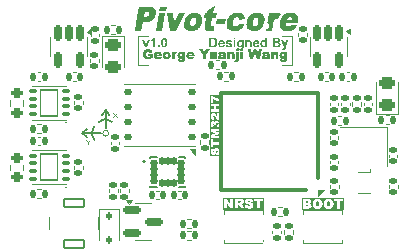
<source format=gto>
%TF.GenerationSoftware,KiCad,Pcbnew,8.0.7*%
%TF.CreationDate,2025-08-30T11:06:05-07:00*%
%TF.ProjectId,Pivot_Core,5069766f-745f-4436-9f72-652e6b696361,rev?*%
%TF.SameCoordinates,Original*%
%TF.FileFunction,Legend,Top*%
%TF.FilePolarity,Positive*%
%FSLAX46Y46*%
G04 Gerber Fmt 4.6, Leading zero omitted, Abs format (unit mm)*
G04 Created by KiCad (PCBNEW 8.0.7) date 2025-08-30 11:06:05*
%MOMM*%
%LPD*%
G01*
G04 APERTURE LIST*
G04 Aperture macros list*
%AMRoundRect*
0 Rectangle with rounded corners*
0 $1 Rounding radius*
0 $2 $3 $4 $5 $6 $7 $8 $9 X,Y pos of 4 corners*
0 Add a 4 corners polygon primitive as box body*
4,1,4,$2,$3,$4,$5,$6,$7,$8,$9,$2,$3,0*
0 Add four circle primitives for the rounded corners*
1,1,$1+$1,$2,$3*
1,1,$1+$1,$4,$5*
1,1,$1+$1,$6,$7*
1,1,$1+$1,$8,$9*
0 Add four rect primitives between the rounded corners*
20,1,$1+$1,$2,$3,$4,$5,0*
20,1,$1+$1,$4,$5,$6,$7,0*
20,1,$1+$1,$6,$7,$8,$9,0*
20,1,$1+$1,$8,$9,$2,$3,0*%
G04 Aperture macros list end*
%ADD10C,0.150000*%
%ADD11C,0.100000*%
%ADD12C,0.200000*%
%ADD13C,0.125000*%
%ADD14C,0.120000*%
%ADD15C,0.300000*%
%ADD16C,0.127000*%
%ADD17RoundRect,0.140000X0.140000X0.170000X-0.140000X0.170000X-0.140000X-0.170000X0.140000X-0.170000X0*%
%ADD18RoundRect,0.135000X-0.185000X0.135000X-0.185000X-0.135000X0.185000X-0.135000X0.185000X0.135000X0*%
%ADD19R,1.050000X0.800000*%
%ADD20RoundRect,0.140000X0.170000X-0.140000X0.170000X0.140000X-0.170000X0.140000X-0.170000X-0.140000X0*%
%ADD21C,0.470000*%
%ADD22C,3.800000*%
%ADD23RoundRect,0.150000X-0.587500X-0.150000X0.587500X-0.150000X0.587500X0.150000X-0.587500X0.150000X0*%
%ADD24RoundRect,0.140000X-0.170000X0.140000X-0.170000X-0.140000X0.170000X-0.140000X0.170000X0.140000X0*%
%ADD25RoundRect,0.125000X0.250000X0.125000X-0.250000X0.125000X-0.250000X-0.125000X0.250000X-0.125000X0*%
%ADD26R,3.400000X4.300000*%
%ADD27RoundRect,0.135000X0.135000X0.185000X-0.135000X0.185000X-0.135000X-0.185000X0.135000X-0.185000X0*%
%ADD28RoundRect,0.135000X-0.135000X-0.185000X0.135000X-0.185000X0.135000X0.185000X-0.135000X0.185000X0*%
%ADD29R,1.400000X1.200000*%
%ADD30RoundRect,0.140000X-0.140000X-0.170000X0.140000X-0.170000X0.140000X0.170000X-0.140000X0.170000X0*%
%ADD31RoundRect,0.135000X0.185000X-0.135000X0.185000X0.135000X-0.185000X0.135000X-0.185000X-0.135000X0*%
%ADD32R,0.900000X1.700000*%
%ADD33RoundRect,0.243750X0.456250X-0.243750X0.456250X0.243750X-0.456250X0.243750X-0.456250X-0.243750X0*%
%ADD34RoundRect,0.200000X0.275000X-0.200000X0.275000X0.200000X-0.275000X0.200000X-0.275000X-0.200000X0*%
%ADD35RoundRect,0.150000X-0.150000X0.512500X-0.150000X-0.512500X0.150000X-0.512500X0.150000X0.512500X0*%
%ADD36RoundRect,0.075000X0.225000X0.075000X-0.225000X0.075000X-0.225000X-0.075000X0.225000X-0.075000X0*%
%ADD37RoundRect,0.080000X0.720000X1.120000X-0.720000X1.120000X-0.720000X-1.120000X0.720000X-1.120000X0*%
%ADD38RoundRect,0.112500X-0.112500X0.187500X-0.112500X-0.187500X0.112500X-0.187500X0.112500X0.187500X0*%
%ADD39RoundRect,0.090000X0.810000X-0.360000X0.810000X0.360000X-0.810000X0.360000X-0.810000X-0.360000X0*%
%ADD40RoundRect,0.102000X-0.237500X-0.125000X0.237500X-0.125000X0.237500X0.125000X-0.237500X0.125000X0*%
%ADD41RoundRect,0.102000X-0.125000X-0.237500X0.125000X-0.237500X0.125000X0.237500X-0.125000X0.237500X0*%
%ADD42RoundRect,0.243750X-0.456250X0.243750X-0.456250X-0.243750X0.456250X-0.243750X0.456250X0.243750X0*%
%ADD43C,0.550000*%
G04 APERTURE END LIST*
D10*
X139650000Y-87900686D02*
X139971394Y-88283708D01*
D11*
X154600000Y-84100000D02*
X155400000Y-84100000D01*
X142400000Y-81600000D02*
X142400000Y-84100000D01*
X142400000Y-81600000D02*
X143200000Y-81600000D01*
X154600000Y-81600000D02*
X155400000Y-81600000D01*
X155400000Y-81600000D02*
X155400000Y-84100000D01*
X143200000Y-84100000D02*
X142400000Y-84100000D01*
D10*
X139650000Y-89430686D02*
X139650000Y-87900686D01*
X139084315Y-88900000D02*
G75*
G02*
X140215685Y-88900000I565685J-565686D01*
G01*
X137685000Y-89850000D02*
X138068022Y-90171394D01*
X137685000Y-89850000D02*
X138068022Y-89528606D01*
D11*
X139900000Y-89850000D02*
G75*
G02*
X139400000Y-89850000I-250000J0D01*
G01*
X139400000Y-89850000D02*
G75*
G02*
X139900000Y-89850000I250000J0D01*
G01*
D10*
X139650000Y-87900686D02*
X139328606Y-88283708D01*
X139215000Y-89850000D02*
X137685000Y-89850000D01*
X138684314Y-90415685D02*
G75*
G02*
X138684314Y-89284315I565686J565685D01*
G01*
D11*
X140287217Y-88095847D02*
X140620550Y-88495847D01*
X140620550Y-88095847D02*
X140287217Y-88495847D01*
G36*
X142991311Y-82564000D02*
G01*
X142756057Y-81976254D01*
X142918234Y-81976254D01*
X143028046Y-82276184D01*
X143059895Y-82376421D01*
X143072107Y-82338869D01*
X143075917Y-82326009D01*
X143088007Y-82288677D01*
X143092330Y-82276184D01*
X143203314Y-81976254D01*
X143362170Y-81976254D01*
X143130237Y-82564000D01*
X142991311Y-82564000D01*
G37*
G36*
X143815875Y-82564000D02*
G01*
X143661514Y-82564000D01*
X143661514Y-81975863D01*
X143628722Y-82006111D01*
X143593801Y-82033254D01*
X143556750Y-82057292D01*
X143517569Y-82078225D01*
X143476259Y-82096053D01*
X143462016Y-82101306D01*
X143462016Y-81951243D01*
X143500782Y-81935757D01*
X143537433Y-81916011D01*
X143571414Y-81893839D01*
X143593321Y-81877775D01*
X143626001Y-81849491D01*
X143653112Y-81818961D01*
X143674654Y-81786184D01*
X143690628Y-81751159D01*
X143815875Y-81751159D01*
X143815875Y-82564000D01*
G37*
G36*
X144076531Y-82564000D02*
G01*
X144076531Y-82413937D01*
X144231088Y-82413937D01*
X144231088Y-82564000D01*
X144076531Y-82564000D01*
G37*
G36*
X144657851Y-81754106D02*
G01*
X144696310Y-81762947D01*
X144736664Y-81780711D01*
X144772156Y-81806496D01*
X144798709Y-81834983D01*
X144821337Y-81869189D01*
X144840131Y-81909768D01*
X144855089Y-81956719D01*
X144864293Y-81998870D01*
X144871044Y-82045099D01*
X144875339Y-82095407D01*
X144876950Y-82135814D01*
X144877257Y-82164027D01*
X144876561Y-82205905D01*
X144874475Y-82245516D01*
X144869529Y-82294804D01*
X144862110Y-82340062D01*
X144852218Y-82381291D01*
X144839853Y-82418489D01*
X144820920Y-82459319D01*
X144798122Y-82493853D01*
X144767026Y-82526058D01*
X144731011Y-82550353D01*
X144690079Y-82566738D01*
X144651079Y-82574487D01*
X144615819Y-82576505D01*
X144573310Y-82573317D01*
X144534001Y-82563755D01*
X144497894Y-82547818D01*
X144464987Y-82525507D01*
X144435282Y-82496821D01*
X144426092Y-82485842D01*
X144401655Y-82446849D01*
X144385153Y-82406726D01*
X144372163Y-82359666D01*
X144364298Y-82317024D01*
X144358681Y-82269943D01*
X144355310Y-82218423D01*
X144354257Y-82176870D01*
X144354195Y-82164027D01*
X144515778Y-82164027D01*
X144516126Y-82204971D01*
X144517463Y-82248551D01*
X144520291Y-82291735D01*
X144525194Y-82330991D01*
X144530041Y-82353364D01*
X144543943Y-82391785D01*
X144565994Y-82421948D01*
X144602227Y-82437885D01*
X144615819Y-82438947D01*
X144654434Y-82429165D01*
X144665840Y-82421557D01*
X144689471Y-82389134D01*
X144699839Y-82359422D01*
X144707584Y-82320661D01*
X144711856Y-82281752D01*
X144714297Y-82242300D01*
X144715611Y-82197214D01*
X144715861Y-82164027D01*
X144715513Y-82123144D01*
X144714176Y-82079639D01*
X144711348Y-82036540D01*
X144706445Y-81997381D01*
X144701598Y-81975081D01*
X144687658Y-81936490D01*
X144665450Y-81906107D01*
X144629399Y-81889804D01*
X144615819Y-81888717D01*
X144577205Y-81898499D01*
X144565799Y-81906107D01*
X144542168Y-81938530D01*
X144531800Y-81968242D01*
X144524055Y-82007270D01*
X144519783Y-82046302D01*
X144517342Y-82085801D01*
X144516028Y-82130878D01*
X144515778Y-82164027D01*
X144354195Y-82164027D01*
X144354187Y-82162464D01*
X144354882Y-82120796D01*
X144356969Y-82081374D01*
X144361915Y-82032306D01*
X144369333Y-81987231D01*
X144379225Y-81946149D01*
X144391590Y-81909061D01*
X144410524Y-81868316D01*
X144433321Y-81833811D01*
X144464427Y-81801606D01*
X144500470Y-81777311D01*
X144541449Y-81760926D01*
X144580503Y-81753177D01*
X144615819Y-81751159D01*
X144657851Y-81754106D01*
G37*
G36*
X148771971Y-81751898D02*
G01*
X148814057Y-81754551D01*
X148854251Y-81759842D01*
X148883621Y-81766595D01*
X148921816Y-81781062D01*
X148956828Y-81800722D01*
X148988655Y-81825576D01*
X149004961Y-81841627D01*
X149031511Y-81873768D01*
X149054228Y-81909743D01*
X149073112Y-81949551D01*
X149081946Y-81973323D01*
X149093487Y-82014490D01*
X149100880Y-82054258D01*
X149105749Y-82097522D01*
X149107913Y-82137390D01*
X149108325Y-82165395D01*
X149107137Y-82207931D01*
X149103575Y-82247829D01*
X149096596Y-82290199D01*
X149086515Y-82329126D01*
X149083510Y-82338319D01*
X149069101Y-82375512D01*
X149049589Y-82414056D01*
X149026829Y-82448376D01*
X149000820Y-82478469D01*
X148997341Y-82481934D01*
X148964704Y-82508377D01*
X148928983Y-82528649D01*
X148891908Y-82543827D01*
X148883035Y-82546805D01*
X148841688Y-82556594D01*
X148801504Y-82561581D01*
X148760984Y-82563731D01*
X148739030Y-82564000D01*
X148432847Y-82564000D01*
X148432847Y-82426442D01*
X148595610Y-82426442D01*
X148716950Y-82426442D01*
X148759353Y-82425518D01*
X148800365Y-82421672D01*
X148815429Y-82418626D01*
X148853560Y-82404178D01*
X148880886Y-82385018D01*
X148904626Y-82353511D01*
X148920318Y-82316617D01*
X148923482Y-82306665D01*
X148932938Y-82264388D01*
X148937755Y-82222859D01*
X148939831Y-82180703D01*
X148940090Y-82157775D01*
X148939052Y-82113506D01*
X148935403Y-82070214D01*
X148928266Y-82030196D01*
X148923482Y-82013378D01*
X148907953Y-81976095D01*
X148884586Y-81942212D01*
X148877369Y-81934830D01*
X148843810Y-81911090D01*
X148804984Y-81897173D01*
X148802142Y-81896533D01*
X148759864Y-81891190D01*
X148719454Y-81889335D01*
X148674840Y-81888725D01*
X148668688Y-81888717D01*
X148595610Y-81888717D01*
X148595610Y-82426442D01*
X148432847Y-82426442D01*
X148432847Y-81751159D01*
X148730237Y-81751159D01*
X148771971Y-81751898D01*
G37*
G36*
X149502487Y-81965852D02*
G01*
X149546139Y-81973930D01*
X149585931Y-81988067D01*
X149621862Y-82008263D01*
X149653932Y-82034518D01*
X149668520Y-82049917D01*
X149694035Y-82085452D01*
X149714013Y-82127431D01*
X149726433Y-82167335D01*
X149735007Y-82211714D01*
X149739736Y-82260567D01*
X149740751Y-82302871D01*
X149740621Y-82313895D01*
X149353740Y-82313895D01*
X149358056Y-82355256D01*
X149370518Y-82393612D01*
X149391060Y-82424488D01*
X149423015Y-82450043D01*
X149460775Y-82462570D01*
X149480160Y-82463958D01*
X149519022Y-82457689D01*
X149540928Y-82446177D01*
X149567214Y-82415478D01*
X149578443Y-82388926D01*
X149732414Y-82413937D01*
X149715415Y-82451330D01*
X149691152Y-82487734D01*
X149661449Y-82518141D01*
X149638625Y-82535081D01*
X149600134Y-82555105D01*
X149561638Y-82567403D01*
X149519113Y-82574523D01*
X149478597Y-82576505D01*
X149432906Y-82574067D01*
X149391089Y-82566754D01*
X149353146Y-82554566D01*
X149312727Y-82533504D01*
X149277885Y-82505423D01*
X149253112Y-82476658D01*
X149230652Y-82439609D01*
X149213709Y-82398557D01*
X149203576Y-82360185D01*
X149197497Y-82318873D01*
X149195471Y-82274621D01*
X149197321Y-82230615D01*
X149199596Y-82213853D01*
X149356475Y-82213853D01*
X149587236Y-82213853D01*
X149583187Y-82174889D01*
X149570218Y-82136494D01*
X149552651Y-82111466D01*
X149521027Y-82087424D01*
X149481085Y-82076605D01*
X149472344Y-82076295D01*
X149431563Y-82083364D01*
X149397438Y-82104570D01*
X149388911Y-82113225D01*
X149367627Y-82147742D01*
X149357827Y-82187333D01*
X149356475Y-82213853D01*
X149199596Y-82213853D01*
X149202874Y-82189700D01*
X149214424Y-82144683D01*
X149231304Y-82104118D01*
X149253515Y-82068003D01*
X149271284Y-82046400D01*
X149301128Y-82018311D01*
X149333804Y-81996034D01*
X149369309Y-81979568D01*
X149407644Y-81968914D01*
X149448810Y-81964071D01*
X149463161Y-81963748D01*
X149502487Y-81965852D01*
G37*
G36*
X149809009Y-82401431D02*
G01*
X149963956Y-82376421D01*
X149978953Y-82414230D01*
X150004012Y-82441683D01*
X150040355Y-82458389D01*
X150082093Y-82463871D01*
X150088813Y-82463958D01*
X150129507Y-82460853D01*
X150168705Y-82448239D01*
X150178890Y-82441878D01*
X150198893Y-82406979D01*
X150199211Y-82400650D01*
X150188269Y-82371536D01*
X150150574Y-82354787D01*
X150136489Y-82351215D01*
X150091927Y-82341018D01*
X150051639Y-82331041D01*
X150007290Y-82318878D01*
X149969620Y-82307059D01*
X149928101Y-82291089D01*
X149899672Y-82275793D01*
X149869410Y-82249732D01*
X149845700Y-82214867D01*
X149832934Y-82174128D01*
X149830502Y-82143706D01*
X149835231Y-82102774D01*
X149849420Y-82065705D01*
X149873068Y-82032501D01*
X149890293Y-82015723D01*
X149924401Y-81992984D01*
X149960998Y-81978417D01*
X150003897Y-81968824D01*
X150045683Y-81964560D01*
X150076113Y-81963748D01*
X150118865Y-81965191D01*
X150163273Y-81970520D01*
X150201791Y-81979777D01*
X150238598Y-81995164D01*
X150254117Y-82004781D01*
X150284089Y-82030984D01*
X150308281Y-82063431D01*
X150326693Y-82102123D01*
X150334424Y-82126316D01*
X150188660Y-82151327D01*
X150171598Y-82114162D01*
X150153098Y-82095639D01*
X150116814Y-82079998D01*
X150078848Y-82076295D01*
X150037989Y-82078686D01*
X149998642Y-82089310D01*
X149991507Y-82093295D01*
X149973921Y-82124753D01*
X149989357Y-82152695D01*
X150027249Y-82168632D01*
X150066499Y-82179922D01*
X150111341Y-82191103D01*
X150133558Y-82196267D01*
X150177183Y-82207199D01*
X150215587Y-82219037D01*
X150253794Y-82233994D01*
X150288757Y-82252599D01*
X150305896Y-82265046D01*
X150333374Y-82297270D01*
X150349445Y-82337251D01*
X150354159Y-82380329D01*
X150348857Y-82423740D01*
X150332953Y-82463626D01*
X150309915Y-82496123D01*
X150287138Y-82518668D01*
X150254741Y-82541204D01*
X150216191Y-82558205D01*
X150178252Y-82568371D01*
X150135793Y-82574471D01*
X150088813Y-82576505D01*
X150045795Y-82574849D01*
X150006280Y-82569883D01*
X149964608Y-82559904D01*
X149927704Y-82545418D01*
X149899867Y-82529415D01*
X149868176Y-82503757D01*
X149842470Y-82473874D01*
X149822747Y-82439765D01*
X149809009Y-82401431D01*
G37*
G36*
X150486245Y-81888717D02*
G01*
X150486245Y-81751159D01*
X150640802Y-81751159D01*
X150640802Y-81888717D01*
X150486245Y-81888717D01*
G37*
G36*
X150486245Y-82564000D02*
G01*
X150486245Y-81976254D01*
X150640802Y-81976254D01*
X150640802Y-82564000D01*
X150486245Y-82564000D01*
G37*
G36*
X151048185Y-81966929D02*
G01*
X151090621Y-81978679D01*
X151129428Y-81999087D01*
X151164608Y-82028153D01*
X151187515Y-82054216D01*
X151187515Y-81976254D01*
X151332107Y-81976254D01*
X151332107Y-82503036D01*
X151331294Y-82545999D01*
X151328372Y-82588940D01*
X151322545Y-82629396D01*
X151315108Y-82658375D01*
X151299006Y-82696484D01*
X151276545Y-82729375D01*
X151267236Y-82739073D01*
X151233926Y-82763759D01*
X151197694Y-82780640D01*
X151185170Y-82784990D01*
X151146608Y-82794446D01*
X151105942Y-82799636D01*
X151064774Y-82801534D01*
X151055038Y-82801599D01*
X151010797Y-82800425D01*
X150970763Y-82796905D01*
X150928276Y-82789582D01*
X150886365Y-82776767D01*
X150848566Y-82756489D01*
X150844598Y-82753532D01*
X150814657Y-82724454D01*
X150792881Y-82687360D01*
X150783203Y-82645228D01*
X150782658Y-82631606D01*
X150783049Y-82614020D01*
X150959490Y-82639031D01*
X150977877Y-82673698D01*
X150979811Y-82674983D01*
X151017257Y-82687073D01*
X151049176Y-82689052D01*
X151090227Y-82686524D01*
X151129640Y-82676254D01*
X151139839Y-82671076D01*
X151166282Y-82641904D01*
X151170516Y-82632387D01*
X151176891Y-82593627D01*
X151177745Y-82562241D01*
X151177745Y-82477831D01*
X151150463Y-82507115D01*
X151115421Y-82533622D01*
X151076919Y-82551882D01*
X151034958Y-82561896D01*
X151002868Y-82564000D01*
X150960482Y-82560482D01*
X150921544Y-82549931D01*
X150886055Y-82532346D01*
X150854014Y-82507726D01*
X150825421Y-82476072D01*
X150816657Y-82463958D01*
X150795644Y-82427494D01*
X150779791Y-82387347D01*
X150769100Y-82343516D01*
X150764045Y-82303014D01*
X150762728Y-82267196D01*
X150762948Y-82261529D01*
X150920997Y-82261529D01*
X150922718Y-82302089D01*
X150928897Y-82342261D01*
X150941221Y-82379572D01*
X150956950Y-82405730D01*
X150986396Y-82433592D01*
X151023568Y-82449265D01*
X151045854Y-82451452D01*
X151085761Y-82444858D01*
X151120776Y-82425074D01*
X151141402Y-82404558D01*
X151162010Y-82370841D01*
X151174031Y-82332958D01*
X151179527Y-82293290D01*
X151180481Y-82265632D01*
X151178686Y-82225949D01*
X151172238Y-82186412D01*
X151159378Y-82149348D01*
X151142965Y-82122995D01*
X151112200Y-82094537D01*
X151075884Y-82079214D01*
X151048590Y-82076295D01*
X151009691Y-82082725D01*
X150973690Y-82104202D01*
X150956950Y-82122018D01*
X150936481Y-82159131D01*
X150926053Y-82197947D01*
X150921559Y-82238833D01*
X150920997Y-82261529D01*
X150762948Y-82261529D01*
X150764450Y-82222793D01*
X150769616Y-82181787D01*
X150780362Y-82137063D01*
X150796068Y-82097230D01*
X150816733Y-82062288D01*
X150833265Y-82041711D01*
X150865847Y-82011333D01*
X150901701Y-81988416D01*
X150940828Y-81972961D01*
X150983227Y-81964966D01*
X151008925Y-81963748D01*
X151048185Y-81966929D01*
G37*
G36*
X152012079Y-82564000D02*
G01*
X151857718Y-82564000D01*
X151857718Y-82260552D01*
X151857095Y-82216637D01*
X151854905Y-82177393D01*
X151848366Y-82137728D01*
X151847752Y-82135891D01*
X151827248Y-82101724D01*
X151815708Y-82091927D01*
X151779044Y-82077532D01*
X151762170Y-82076295D01*
X151721774Y-82082637D01*
X151690069Y-82098766D01*
X151661854Y-82126624D01*
X151646301Y-82158166D01*
X151638710Y-82198522D01*
X151635722Y-82238589D01*
X151634623Y-82282535D01*
X151634577Y-82294746D01*
X151634577Y-82564000D01*
X151480216Y-82564000D01*
X151480216Y-81976254D01*
X151623635Y-81976254D01*
X151623635Y-82062032D01*
X151653673Y-82028631D01*
X151686485Y-82002140D01*
X151722073Y-81982560D01*
X151760436Y-81969891D01*
X151801574Y-81964132D01*
X151815903Y-81963748D01*
X151856014Y-81966812D01*
X151895893Y-81976963D01*
X151909302Y-81982311D01*
X151944501Y-82001946D01*
X151973391Y-82029596D01*
X151993587Y-82064382D01*
X152003482Y-82094858D01*
X152009653Y-82135885D01*
X152011869Y-82178722D01*
X152012079Y-82199198D01*
X152012079Y-82564000D01*
G37*
G36*
X152427148Y-81965852D02*
G01*
X152470801Y-81973930D01*
X152510592Y-81988067D01*
X152546523Y-82008263D01*
X152578594Y-82034518D01*
X152593182Y-82049917D01*
X152618697Y-82085452D01*
X152638675Y-82127431D01*
X152651094Y-82167335D01*
X152659668Y-82211714D01*
X152664398Y-82260567D01*
X152665413Y-82302871D01*
X152665282Y-82313895D01*
X152278401Y-82313895D01*
X152282718Y-82355256D01*
X152295179Y-82393612D01*
X152315722Y-82424488D01*
X152347677Y-82450043D01*
X152385436Y-82462570D01*
X152404822Y-82463958D01*
X152443683Y-82457689D01*
X152465589Y-82446177D01*
X152491876Y-82415478D01*
X152503105Y-82388926D01*
X152657076Y-82413937D01*
X152640076Y-82451330D01*
X152615814Y-82487734D01*
X152586111Y-82518141D01*
X152563286Y-82535081D01*
X152524796Y-82555105D01*
X152486300Y-82567403D01*
X152443774Y-82574523D01*
X152403258Y-82576505D01*
X152357568Y-82574067D01*
X152315751Y-82566754D01*
X152277807Y-82554566D01*
X152237388Y-82533504D01*
X152202547Y-82505423D01*
X152177773Y-82476658D01*
X152155314Y-82439609D01*
X152138370Y-82398557D01*
X152128238Y-82360185D01*
X152122159Y-82318873D01*
X152120132Y-82274621D01*
X152121983Y-82230615D01*
X152124258Y-82213853D01*
X152281137Y-82213853D01*
X152511898Y-82213853D01*
X152507849Y-82174889D01*
X152494879Y-82136494D01*
X152477313Y-82111466D01*
X152445689Y-82087424D01*
X152405746Y-82076605D01*
X152397006Y-82076295D01*
X152356224Y-82083364D01*
X152322100Y-82104570D01*
X152313572Y-82113225D01*
X152292289Y-82147742D01*
X152282489Y-82187333D01*
X152281137Y-82213853D01*
X152124258Y-82213853D01*
X152127536Y-82189700D01*
X152139085Y-82144683D01*
X152155966Y-82104118D01*
X152178176Y-82068003D01*
X152195945Y-82046400D01*
X152225790Y-82018311D01*
X152258465Y-81996034D01*
X152293970Y-81979568D01*
X152332306Y-81968914D01*
X152373471Y-81964071D01*
X152387822Y-81963748D01*
X152427148Y-81965852D01*
G37*
G36*
X153323370Y-82564000D02*
G01*
X153179951Y-82564000D01*
X153179951Y-82478221D01*
X153153844Y-82509563D01*
X153121888Y-82536802D01*
X153095540Y-82552471D01*
X153058941Y-82567117D01*
X153019043Y-82575355D01*
X152997452Y-82576505D01*
X152954811Y-82572615D01*
X152914938Y-82560946D01*
X152877832Y-82541499D01*
X152843494Y-82514272D01*
X152825115Y-82495221D01*
X152800745Y-82462406D01*
X152781417Y-82425071D01*
X152767131Y-82383216D01*
X152759077Y-82344884D01*
X152754525Y-82303414D01*
X152753405Y-82267977D01*
X152753746Y-82258989D01*
X152911088Y-82258989D01*
X152912322Y-82299227D01*
X152916755Y-82338871D01*
X152926830Y-82378911D01*
X152936880Y-82400650D01*
X152963125Y-82434035D01*
X152998738Y-82456477D01*
X153037244Y-82463896D01*
X153041416Y-82463958D01*
X153081986Y-82456121D01*
X153117332Y-82432613D01*
X153131884Y-82416477D01*
X153151667Y-82382203D01*
X153163208Y-82343492D01*
X153168483Y-82302829D01*
X153169399Y-82274425D01*
X153167660Y-82231172D01*
X153161414Y-82188656D01*
X153148956Y-82149642D01*
X153133056Y-82122799D01*
X153103060Y-82094461D01*
X153064053Y-82078521D01*
X153040244Y-82076295D01*
X153001565Y-82082753D01*
X152965306Y-82104321D01*
X152948213Y-82122213D01*
X152927076Y-82159004D01*
X152916309Y-82197073D01*
X152911668Y-82236934D01*
X152911088Y-82258989D01*
X152753746Y-82258989D01*
X152755108Y-82223134D01*
X152760217Y-82181782D01*
X152770844Y-82136770D01*
X152786375Y-82096786D01*
X152806812Y-82061830D01*
X152823161Y-82041320D01*
X152855513Y-82011094D01*
X152891362Y-81988292D01*
X152930708Y-81972914D01*
X152973550Y-81964960D01*
X152999602Y-81963748D01*
X153041167Y-81967638D01*
X153080209Y-81979307D01*
X153116726Y-81998754D01*
X153150718Y-82025981D01*
X153169009Y-82045032D01*
X153169009Y-81751159D01*
X153323370Y-81751159D01*
X153323370Y-82564000D01*
G37*
G36*
X154146180Y-81751552D02*
G01*
X154185591Y-81752963D01*
X154226304Y-81756168D01*
X154249148Y-81759366D01*
X154288445Y-81769779D01*
X154323926Y-81786999D01*
X154333363Y-81793169D01*
X154363454Y-81818857D01*
X154388757Y-81851128D01*
X154395108Y-81861557D01*
X154411174Y-81897908D01*
X154419050Y-81937741D01*
X154419923Y-81957300D01*
X154415636Y-81999066D01*
X154402777Y-82038193D01*
X154389441Y-82062813D01*
X154363530Y-82095484D01*
X154331519Y-82121395D01*
X154306789Y-82134914D01*
X154345520Y-82149399D01*
X154382210Y-82171114D01*
X154412222Y-82198744D01*
X154419923Y-82208187D01*
X154440840Y-82242323D01*
X154454010Y-82280009D01*
X154459433Y-82321244D01*
X154459588Y-82329917D01*
X154455988Y-82370831D01*
X154445190Y-82410920D01*
X154433991Y-82437189D01*
X154412183Y-82473230D01*
X154385155Y-82503391D01*
X154364235Y-82520231D01*
X154328203Y-82540180D01*
X154290057Y-82552576D01*
X154255205Y-82558528D01*
X154213688Y-82561114D01*
X154173131Y-82562375D01*
X154129616Y-82563218D01*
X154087182Y-82563752D01*
X154059030Y-82564000D01*
X153784696Y-82564000D01*
X153784696Y-82426442D01*
X153947264Y-82426442D01*
X154097913Y-82426442D01*
X154137859Y-82426137D01*
X154179664Y-82424720D01*
X154209483Y-82421557D01*
X154247819Y-82407287D01*
X154268492Y-82389903D01*
X154287580Y-82353909D01*
X154291353Y-82322297D01*
X154285154Y-82283693D01*
X154273768Y-82261725D01*
X154243955Y-82234789D01*
X154222965Y-82225381D01*
X154183110Y-82217917D01*
X154140443Y-82214979D01*
X154098730Y-82213954D01*
X154078569Y-82213853D01*
X153947264Y-82213853D01*
X153947264Y-82426442D01*
X153784696Y-82426442D01*
X153784696Y-82076295D01*
X153947264Y-82076295D01*
X154053949Y-82076295D01*
X154096936Y-82076124D01*
X154138030Y-82075430D01*
X154171967Y-82073560D01*
X154211322Y-82062813D01*
X154237620Y-82044446D01*
X154257687Y-82010533D01*
X154261653Y-81981138D01*
X154254352Y-81941385D01*
X154240942Y-81919980D01*
X154207435Y-81897845D01*
X154179783Y-81891452D01*
X154137148Y-81889489D01*
X154092442Y-81888888D01*
X154047755Y-81888720D01*
X154040662Y-81888717D01*
X153947264Y-81888717D01*
X153947264Y-82076295D01*
X153784696Y-82076295D01*
X153784696Y-81751159D01*
X154106706Y-81751159D01*
X154146180Y-81751552D01*
G37*
G36*
X154518011Y-81976254D02*
G01*
X154682337Y-81976254D01*
X154822044Y-82392443D01*
X154958234Y-81976254D01*
X155118262Y-81976254D01*
X154912121Y-82542702D01*
X154875387Y-82650950D01*
X154859166Y-82686961D01*
X154838831Y-82722471D01*
X154836503Y-82725786D01*
X154810040Y-82755431D01*
X154794298Y-82767600D01*
X154758214Y-82785600D01*
X154735484Y-82792611D01*
X154695786Y-82799624D01*
X154656545Y-82801599D01*
X154615166Y-82799710D01*
X154574560Y-82794043D01*
X154569204Y-82793002D01*
X154555526Y-82681041D01*
X154594125Y-82687518D01*
X154620983Y-82689052D01*
X154660030Y-82683215D01*
X154693624Y-82661974D01*
X154700509Y-82653685D01*
X154720892Y-82619208D01*
X154735599Y-82580563D01*
X154740174Y-82564000D01*
X154518011Y-81976254D01*
G37*
D12*
G36*
X143486684Y-79131918D02*
G01*
X143583583Y-79147351D01*
X143680496Y-79179986D01*
X143760032Y-79228375D01*
X143822192Y-79292519D01*
X143872365Y-79383072D01*
X143900227Y-79490600D01*
X143906304Y-79598611D01*
X143897916Y-79701537D01*
X143889016Y-79756580D01*
X143862654Y-79867079D01*
X143826430Y-79968133D01*
X143780345Y-80059741D01*
X143724400Y-80141904D01*
X143658593Y-80214621D01*
X143634466Y-80236762D01*
X143555708Y-80295529D01*
X143467150Y-80342137D01*
X143368793Y-80376587D01*
X143279344Y-80396007D01*
X143183090Y-80406984D01*
X143101187Y-80409685D01*
X142812785Y-80409685D01*
X142672540Y-81160000D01*
X142093538Y-81160000D01*
X142315859Y-79972002D01*
X142894557Y-79972002D01*
X143011501Y-79972002D01*
X143099832Y-79966373D01*
X143190400Y-79942225D01*
X143237035Y-79914361D01*
X143300404Y-79839468D01*
X143325841Y-79767327D01*
X143322568Y-79667339D01*
X143301661Y-79624200D01*
X143223346Y-79576802D01*
X143133577Y-79565811D01*
X143115695Y-79565582D01*
X142971054Y-79565582D01*
X142894557Y-79972002D01*
X142315859Y-79972002D01*
X142473824Y-79127899D01*
X143396183Y-79127899D01*
X143486684Y-79131918D01*
G37*
G36*
X144280293Y-79127899D02*
G01*
X144800824Y-79127899D01*
X144724767Y-79534319D01*
X144204236Y-79534319D01*
X144280293Y-79127899D01*
G37*
G36*
X144180496Y-79659371D02*
G01*
X144701026Y-79659371D01*
X144420538Y-81160000D01*
X143900007Y-81160000D01*
X144180496Y-79659371D01*
G37*
G36*
X144849184Y-79659371D02*
G01*
X145391696Y-79659371D01*
X145463797Y-80550858D01*
X145877055Y-79659371D01*
X146408577Y-79659371D01*
X145570189Y-81160000D01*
X145114725Y-81160000D01*
X144849184Y-79659371D01*
G37*
G36*
X147292344Y-79632215D02*
G01*
X147400067Y-79648897D01*
X147496071Y-79678411D01*
X147580353Y-79720757D01*
X147652915Y-79775936D01*
X147724517Y-79859090D01*
X147744634Y-79890914D01*
X147789672Y-79987842D01*
X147817459Y-80093981D01*
X147827547Y-80192286D01*
X147824960Y-80297359D01*
X147809700Y-80409197D01*
X147785327Y-80513482D01*
X147752324Y-80611709D01*
X147710692Y-80703877D01*
X147660430Y-80789987D01*
X147601538Y-80870038D01*
X147534017Y-80944032D01*
X147504592Y-80971933D01*
X147426715Y-81035118D01*
X147343386Y-81087595D01*
X147254604Y-81129362D01*
X147160370Y-81160419D01*
X147060683Y-81180767D01*
X146955544Y-81190406D01*
X146911961Y-81191263D01*
X146817201Y-81186767D01*
X146729933Y-81173278D01*
X146635100Y-81145223D01*
X146551055Y-81104219D01*
X146466638Y-81040015D01*
X146434955Y-81007103D01*
X146369999Y-80916612D01*
X146323837Y-80816228D01*
X146296469Y-80705952D01*
X146288020Y-80606499D01*
X146292058Y-80513196D01*
X146813475Y-80513196D01*
X146814850Y-80613773D01*
X146838981Y-80695450D01*
X146903918Y-80765200D01*
X146984501Y-80784842D01*
X147074925Y-80764986D01*
X147152174Y-80710623D01*
X147167830Y-80694473D01*
X147223513Y-80610758D01*
X147260281Y-80516649D01*
X147285884Y-80413025D01*
X147288291Y-80400404D01*
X147301502Y-80302263D01*
X147299797Y-80203827D01*
X147275541Y-80123433D01*
X147212065Y-80054063D01*
X147134418Y-80034528D01*
X147042564Y-80054922D01*
X146963632Y-80110754D01*
X146947572Y-80127341D01*
X146891065Y-80210734D01*
X146854365Y-80301848D01*
X146829412Y-80400655D01*
X146827111Y-80412616D01*
X146813475Y-80513196D01*
X146292058Y-80513196D01*
X146292622Y-80500177D01*
X146305702Y-80410174D01*
X146329991Y-80306698D01*
X146363018Y-80209065D01*
X146404781Y-80117276D01*
X146455281Y-80031330D01*
X146514519Y-79951229D01*
X146582493Y-79876971D01*
X146612129Y-79848904D01*
X146690529Y-79785296D01*
X146773781Y-79732469D01*
X146861885Y-79690423D01*
X146954840Y-79659158D01*
X147052646Y-79638674D01*
X147155304Y-79628971D01*
X147197725Y-79628108D01*
X147292344Y-79632215D01*
G37*
G36*
X148878458Y-79116664D02*
G01*
X148776462Y-79659371D01*
X149047279Y-79659371D01*
X148965506Y-80097055D01*
X148694690Y-80097055D01*
X148595771Y-80625596D01*
X148584248Y-80722946D01*
X148586979Y-80746741D01*
X148649407Y-80784842D01*
X148736275Y-80769516D01*
X148824822Y-80741367D01*
X148789212Y-81145833D01*
X148702604Y-81163535D01*
X148608673Y-81178441D01*
X148520127Y-81187669D01*
X148426951Y-81191263D01*
X148329559Y-81186780D01*
X148241168Y-81171286D01*
X148157453Y-81134598D01*
X148091178Y-81062913D01*
X148055597Y-80969311D01*
X148054138Y-80962163D01*
X148047358Y-80856741D01*
X148055013Y-80752791D01*
X148070984Y-80642485D01*
X148079198Y-80596775D01*
X148172401Y-80097055D01*
X147991710Y-80097055D01*
X148073483Y-79659371D01*
X148254173Y-79659371D01*
X148301654Y-79407801D01*
X148878458Y-79116664D01*
G37*
G36*
X149084648Y-80159581D02*
G01*
X149829393Y-80159581D01*
X149741905Y-80628527D01*
X148997160Y-80628527D01*
X149084648Y-80159581D01*
G37*
G36*
X150903427Y-80565024D02*
G01*
X151388786Y-80631458D01*
X151347323Y-80719599D01*
X151295619Y-80809343D01*
X151238559Y-80889117D01*
X151197544Y-80936762D01*
X151123570Y-81006924D01*
X151050312Y-81061097D01*
X150970726Y-81106770D01*
X150933322Y-81124340D01*
X150842854Y-81156690D01*
X150754206Y-81176558D01*
X150657808Y-81188060D01*
X150567104Y-81191263D01*
X150468323Y-81188484D01*
X150379050Y-81180150D01*
X150289980Y-81164131D01*
X150229023Y-81146810D01*
X150144969Y-81109669D01*
X150066309Y-81054142D01*
X150016239Y-81002219D01*
X149961628Y-80922305D01*
X149921112Y-80832775D01*
X149901933Y-80767745D01*
X149888545Y-80664954D01*
X149890496Y-80565825D01*
X149901981Y-80466357D01*
X149911166Y-80412616D01*
X149932474Y-80316032D01*
X149963317Y-80214579D01*
X150001084Y-80122652D01*
X150051850Y-80030621D01*
X150109840Y-79949654D01*
X150176981Y-79875282D01*
X150226825Y-79829364D01*
X150304414Y-79769006D01*
X150387213Y-79717881D01*
X150431256Y-79696496D01*
X150515282Y-79666577D01*
X150607771Y-79645205D01*
X150695641Y-79633518D01*
X150789990Y-79628376D01*
X150818137Y-79628108D01*
X150913640Y-79631316D01*
X151017051Y-79643635D01*
X151108252Y-79665194D01*
X151199220Y-79702022D01*
X151282834Y-79759511D01*
X151348092Y-79833669D01*
X151397909Y-79924741D01*
X151428830Y-80018304D01*
X151447929Y-80124816D01*
X151451215Y-80157627D01*
X150947830Y-80224061D01*
X150929870Y-80126723D01*
X150898591Y-80077515D01*
X150815302Y-80038726D01*
X150762743Y-80034528D01*
X150672292Y-80050652D01*
X150590257Y-80099024D01*
X150555234Y-80132226D01*
X150498954Y-80211351D01*
X150458700Y-80304621D01*
X150431354Y-80405940D01*
X150426420Y-80430690D01*
X150414227Y-80532366D01*
X150421811Y-80631834D01*
X150446644Y-80695938D01*
X150514018Y-80762616D01*
X150602137Y-80784756D01*
X150608870Y-80784842D01*
X150696577Y-80772020D01*
X150774173Y-80733551D01*
X150842757Y-80665530D01*
X150896276Y-80579364D01*
X150903427Y-80565024D01*
G37*
G36*
X152576782Y-79632215D02*
G01*
X152684506Y-79648897D01*
X152780509Y-79678411D01*
X152864791Y-79720757D01*
X152937353Y-79775936D01*
X153008955Y-79859090D01*
X153029072Y-79890914D01*
X153074110Y-79987842D01*
X153101897Y-80093981D01*
X153111985Y-80192286D01*
X153109399Y-80297359D01*
X153094138Y-80409197D01*
X153069765Y-80513482D01*
X153036762Y-80611709D01*
X152995130Y-80703877D01*
X152944868Y-80789987D01*
X152885976Y-80870038D01*
X152818455Y-80944032D01*
X152789030Y-80971933D01*
X152711154Y-81035118D01*
X152627824Y-81087595D01*
X152539043Y-81129362D01*
X152444808Y-81160419D01*
X152345121Y-81180767D01*
X152239982Y-81190406D01*
X152196399Y-81191263D01*
X152101639Y-81186767D01*
X152014371Y-81173278D01*
X151919538Y-81145223D01*
X151835493Y-81104219D01*
X151751077Y-81040015D01*
X151719393Y-81007103D01*
X151654437Y-80916612D01*
X151608275Y-80816228D01*
X151580908Y-80705952D01*
X151572458Y-80606499D01*
X151576497Y-80513196D01*
X152097913Y-80513196D01*
X152099288Y-80613773D01*
X152123420Y-80695450D01*
X152188356Y-80765200D01*
X152268940Y-80784842D01*
X152359364Y-80764986D01*
X152436613Y-80710623D01*
X152452268Y-80694473D01*
X152507951Y-80610758D01*
X152544719Y-80516649D01*
X152570322Y-80413025D01*
X152572729Y-80400404D01*
X152585940Y-80302263D01*
X152584235Y-80203827D01*
X152559979Y-80123433D01*
X152496503Y-80054063D01*
X152418856Y-80034528D01*
X152327002Y-80054922D01*
X152248070Y-80110754D01*
X152232010Y-80127341D01*
X152175503Y-80210734D01*
X152138804Y-80301848D01*
X152113850Y-80400655D01*
X152111550Y-80412616D01*
X152097913Y-80513196D01*
X151576497Y-80513196D01*
X151577061Y-80500177D01*
X151590140Y-80410174D01*
X151614429Y-80306698D01*
X151647456Y-80209065D01*
X151689219Y-80117276D01*
X151739720Y-80031330D01*
X151798957Y-79951229D01*
X151866931Y-79876971D01*
X151896567Y-79848904D01*
X151974967Y-79785296D01*
X152058219Y-79732469D01*
X152146323Y-79690423D01*
X152239278Y-79659158D01*
X152337084Y-79638674D01*
X152439742Y-79628971D01*
X152482164Y-79628108D01*
X152576782Y-79632215D01*
G37*
G36*
X153474864Y-79659371D02*
G01*
X153964620Y-79659371D01*
X153930328Y-79843531D01*
X153990214Y-79762902D01*
X154061885Y-79696870D01*
X154072331Y-79689169D01*
X154156998Y-79645341D01*
X154245258Y-79628645D01*
X154265332Y-79628108D01*
X154359824Y-79642297D01*
X154444539Y-79676468D01*
X154508891Y-79714082D01*
X154267090Y-80142972D01*
X154185083Y-80107144D01*
X154131682Y-80097055D01*
X154042405Y-80121319D01*
X153975171Y-80183028D01*
X153922810Y-80271029D01*
X153885595Y-80363890D01*
X153856141Y-80460490D01*
X153828944Y-80572786D01*
X153812066Y-80656371D01*
X153717984Y-81160000D01*
X153194376Y-81160000D01*
X153474864Y-79659371D01*
G37*
G36*
X155389841Y-79631440D02*
G01*
X155480599Y-79641435D01*
X155574605Y-79661517D01*
X155666380Y-79695574D01*
X155715255Y-79722875D01*
X155790128Y-79782904D01*
X155850047Y-79856380D01*
X155895012Y-79943303D01*
X155913531Y-79997404D01*
X155933095Y-80093574D01*
X155939470Y-80202812D01*
X155934229Y-80309114D01*
X155921699Y-80408192D01*
X155912652Y-80460488D01*
X155899023Y-80534738D01*
X154913357Y-80534738D01*
X154916452Y-80635759D01*
X154940614Y-80701311D01*
X155009996Y-80766488D01*
X155098005Y-80784842D01*
X155185039Y-80770341D01*
X155236930Y-80747718D01*
X155311119Y-80689099D01*
X155340684Y-80658813D01*
X155844069Y-80725736D01*
X155779509Y-80817195D01*
X155714424Y-80897767D01*
X155648813Y-80967450D01*
X155571603Y-81034987D01*
X155493678Y-81087704D01*
X155409736Y-81128055D01*
X155314476Y-81158496D01*
X155223816Y-81176700D01*
X155124841Y-81187622D01*
X155036010Y-81191161D01*
X155017551Y-81191263D01*
X154924954Y-81188292D01*
X154827903Y-81177315D01*
X154731464Y-81154868D01*
X154641429Y-81116988D01*
X154624076Y-81106755D01*
X154546633Y-81044301D01*
X154483014Y-80962575D01*
X154437577Y-80872544D01*
X154424920Y-80839064D01*
X154399696Y-80743321D01*
X154388210Y-80639762D01*
X154390464Y-80528387D01*
X154403705Y-80424523D01*
X154406455Y-80409197D01*
X154431101Y-80303307D01*
X154458062Y-80222107D01*
X154974466Y-80222107D01*
X155426413Y-80222107D01*
X155412812Y-80122540D01*
X155384208Y-80080935D01*
X155300486Y-80040012D01*
X155240007Y-80034528D01*
X155147587Y-80048553D01*
X155067285Y-80090628D01*
X155046567Y-80107801D01*
X154988879Y-80185021D01*
X154974466Y-80222107D01*
X154458062Y-80222107D01*
X154464098Y-80203928D01*
X154505445Y-80111061D01*
X154555142Y-80024705D01*
X154613190Y-79944861D01*
X154679588Y-79871529D01*
X154708486Y-79844019D01*
X154785040Y-79781818D01*
X154866876Y-79730160D01*
X154953992Y-79689044D01*
X155046388Y-79658471D01*
X155144066Y-79638440D01*
X155247024Y-79628952D01*
X155289686Y-79628108D01*
X155389841Y-79631440D01*
G37*
D13*
G36*
X150976050Y-95576401D02*
G01*
X151016327Y-95580440D01*
X151052596Y-95595381D01*
X151066527Y-95611959D01*
X151075458Y-95650092D01*
X151075235Y-95656015D01*
X151061194Y-95692688D01*
X151058445Y-95696009D01*
X151024264Y-95715549D01*
X150999636Y-95720744D01*
X150959589Y-95726295D01*
X150860915Y-95726295D01*
X150860915Y-95576233D01*
X150964083Y-95576233D01*
X150976050Y-95576401D01*
G37*
G36*
X153075498Y-96315394D02*
G01*
X149575431Y-96315394D01*
X149575431Y-96214000D01*
X149664320Y-96214000D01*
X149910908Y-96214000D01*
X149910908Y-95779638D01*
X150203217Y-96214000D01*
X150447265Y-96214000D01*
X150447265Y-95726295D01*
X150598500Y-95726295D01*
X150598500Y-96214000D01*
X150860915Y-96214000D01*
X150860915Y-95888863D01*
X150876742Y-95888863D01*
X150897987Y-95890918D01*
X150934187Y-95906254D01*
X150956891Y-95931746D01*
X150977370Y-95965849D01*
X151111996Y-96214000D01*
X151407432Y-96214000D01*
X151282380Y-95974837D01*
X151271016Y-95956057D01*
X151250862Y-95929115D01*
X151421892Y-95929115D01*
X151424593Y-95953583D01*
X151431820Y-95992386D01*
X151444989Y-96035688D01*
X151463062Y-96075431D01*
X151486040Y-96111617D01*
X151513922Y-96144244D01*
X151548729Y-96172200D01*
X151584567Y-96191078D01*
X151626616Y-96205939D01*
X151664727Y-96214937D01*
X151706813Y-96221363D01*
X151752874Y-96225219D01*
X151802910Y-96226505D01*
X151831884Y-96225974D01*
X151872985Y-96223185D01*
X151917360Y-96216909D01*
X151957882Y-96207381D01*
X151999477Y-96192506D01*
X152036504Y-96173394D01*
X152069233Y-96150252D01*
X152097663Y-96123080D01*
X152121794Y-96091878D01*
X152134459Y-96070761D01*
X152151847Y-96031259D01*
X152162280Y-95989840D01*
X152165758Y-95946505D01*
X152165629Y-95938153D01*
X152161114Y-95897907D01*
X152150150Y-95860179D01*
X152132736Y-95824969D01*
X152123873Y-95811670D01*
X152096399Y-95780881D01*
X152065180Y-95756172D01*
X152027809Y-95734307D01*
X152003144Y-95722997D01*
X151961030Y-95707324D01*
X151917893Y-95694039D01*
X151876981Y-95683072D01*
X151831557Y-95672202D01*
X151791968Y-95663574D01*
X151788009Y-95662742D01*
X151747764Y-95652585D01*
X151711466Y-95635828D01*
X151695444Y-95606714D01*
X151695619Y-95602486D01*
X151715374Y-95567635D01*
X151736889Y-95556415D01*
X151776532Y-95551222D01*
X151779673Y-95551244D01*
X151819039Y-95556159D01*
X151855276Y-95573692D01*
X151860390Y-95578196D01*
X151882213Y-95612017D01*
X151893183Y-95651655D01*
X152140161Y-95637586D01*
X152139058Y-95629355D01*
X152133675Y-95601243D01*
X152217342Y-95601243D01*
X152471354Y-95601243D01*
X152471354Y-96214000D01*
X152732792Y-96214000D01*
X152732792Y-95601243D01*
X152986609Y-95601243D01*
X152986609Y-95401159D01*
X152217342Y-95401159D01*
X152217342Y-95601243D01*
X152133675Y-95601243D01*
X152131597Y-95590392D01*
X152118362Y-95548459D01*
X152100456Y-95511788D01*
X152073662Y-95475656D01*
X152040510Y-95446686D01*
X152012822Y-95429968D01*
X151974848Y-95413646D01*
X151931695Y-95401405D01*
X151891777Y-95394321D01*
X151848263Y-95390071D01*
X151801152Y-95388654D01*
X151762708Y-95389427D01*
X151720027Y-95392394D01*
X151681110Y-95397588D01*
X151640464Y-95406459D01*
X151600287Y-95420308D01*
X151582442Y-95428603D01*
X151546465Y-95450058D01*
X151516269Y-95475376D01*
X151489498Y-95508040D01*
X151470023Y-95543673D01*
X151456932Y-95584500D01*
X151452568Y-95627035D01*
X151452852Y-95638895D01*
X151458303Y-95678311D01*
X151473027Y-95719375D01*
X151496814Y-95756188D01*
X151525060Y-95784914D01*
X151560683Y-95810474D01*
X151598391Y-95830477D01*
X151634873Y-95845803D01*
X151675953Y-95859908D01*
X151721632Y-95872792D01*
X151761487Y-95882220D01*
X151767571Y-95883553D01*
X151811162Y-95894339D01*
X151849401Y-95906737D01*
X151886148Y-95926575D01*
X151898427Y-95939537D01*
X151911550Y-95976595D01*
X151908363Y-95995984D01*
X151884585Y-96028766D01*
X151882888Y-96030160D01*
X151846804Y-96047093D01*
X151806818Y-96051431D01*
X151767167Y-96046852D01*
X151730691Y-96031236D01*
X151701696Y-96004537D01*
X151692548Y-95990296D01*
X151678347Y-95952276D01*
X151671019Y-95913483D01*
X151421892Y-95929115D01*
X151250862Y-95929115D01*
X151246623Y-95923448D01*
X151234105Y-95908159D01*
X151205785Y-95879289D01*
X151196394Y-95872882D01*
X151160259Y-95855646D01*
X151192393Y-95845700D01*
X151227670Y-95828096D01*
X151257650Y-95806969D01*
X151285693Y-95779498D01*
X151308563Y-95747593D01*
X151325361Y-95711256D01*
X151335186Y-95670486D01*
X151338067Y-95629575D01*
X151337727Y-95615090D01*
X151332627Y-95574108D01*
X151319781Y-95532922D01*
X151299379Y-95496316D01*
X151294474Y-95489589D01*
X151267130Y-95460028D01*
X151235092Y-95437260D01*
X151198361Y-95421285D01*
X151190358Y-95418848D01*
X151149113Y-95409827D01*
X151105262Y-95404481D01*
X151061343Y-95401867D01*
X151019575Y-95401159D01*
X150598500Y-95401159D01*
X150598500Y-95726295D01*
X150447265Y-95726295D01*
X150447265Y-95401159D01*
X150200287Y-95401159D01*
X150200287Y-95837866D01*
X149906414Y-95401159D01*
X149664320Y-95401159D01*
X149664320Y-96214000D01*
X149575431Y-96214000D01*
X149575431Y-95299765D01*
X153075498Y-95299765D01*
X153075498Y-96315394D01*
G37*
D11*
X138180074Y-90605371D02*
X138180074Y-90795847D01*
X138013408Y-90395847D02*
X138180074Y-90605371D01*
X138180074Y-90605371D02*
X138346741Y-90395847D01*
D10*
G36*
X143237508Y-83301390D02*
G01*
X143237508Y-83101306D01*
X143634549Y-83101306D01*
X143634549Y-83435430D01*
X143599689Y-83459956D01*
X143566184Y-83481878D01*
X143527766Y-83504746D01*
X143491299Y-83523864D01*
X143451220Y-83541427D01*
X143434856Y-83547391D01*
X143395804Y-83558735D01*
X143353704Y-83567293D01*
X143308556Y-83573065D01*
X143267432Y-83575794D01*
X143231451Y-83576505D01*
X143187437Y-83575303D01*
X143146008Y-83571696D01*
X143107165Y-83565686D01*
X143063966Y-83555299D01*
X143024490Y-83541451D01*
X142994438Y-83527265D01*
X142956233Y-83503423D01*
X142921973Y-83474981D01*
X142891659Y-83441938D01*
X142868817Y-83409954D01*
X142851995Y-83380720D01*
X142834863Y-83343167D01*
X142821276Y-83303637D01*
X142811233Y-83262128D01*
X142804734Y-83218640D01*
X142801781Y-83173174D01*
X142801584Y-83157579D01*
X142802934Y-83117071D01*
X142808118Y-83070653D01*
X142817190Y-83026625D01*
X142830150Y-82984988D01*
X142846998Y-82945741D01*
X142856880Y-82927014D01*
X142879423Y-82891827D01*
X142905579Y-82859979D01*
X142935349Y-82831469D01*
X142968731Y-82806297D01*
X143005727Y-82784464D01*
X143018862Y-82777928D01*
X143057990Y-82762625D01*
X143095845Y-82752500D01*
X143137683Y-82745136D01*
X143183507Y-82740533D01*
X143224736Y-82738807D01*
X143242002Y-82738654D01*
X143282432Y-82739274D01*
X143326616Y-82741656D01*
X143366073Y-82745823D01*
X143406133Y-82752942D01*
X143444040Y-82764055D01*
X143480245Y-82780585D01*
X143516194Y-82804208D01*
X143547641Y-82833364D01*
X143556196Y-82843190D01*
X143579743Y-82876072D01*
X143600043Y-82914487D01*
X143615363Y-82953279D01*
X143625170Y-82985242D01*
X143373112Y-83027056D01*
X143355689Y-82991954D01*
X143327442Y-82963011D01*
X143323286Y-82960231D01*
X143284794Y-82944111D01*
X143243098Y-82938822D01*
X143236531Y-82938738D01*
X143194568Y-82942803D01*
X143153925Y-82956854D01*
X143119578Y-82980943D01*
X143110502Y-82990127D01*
X143087833Y-83023917D01*
X143073911Y-83062153D01*
X143066538Y-83101941D01*
X143063653Y-83147638D01*
X143063607Y-83154648D01*
X143065277Y-83197339D01*
X143071444Y-83240963D01*
X143084056Y-83282668D01*
X143105338Y-83319192D01*
X143111088Y-83325814D01*
X143144446Y-83352501D01*
X143180766Y-83368069D01*
X143223052Y-83375630D01*
X143243761Y-83376421D01*
X143283866Y-83374418D01*
X143322114Y-83368410D01*
X143361339Y-83357761D01*
X143398467Y-83344436D01*
X143403984Y-83342227D01*
X143403984Y-83301390D01*
X143237508Y-83301390D01*
G37*
G36*
X144103668Y-82952569D02*
G01*
X144145658Y-82956546D01*
X144189958Y-82964538D01*
X144229209Y-82976138D01*
X144258834Y-82988954D01*
X144293651Y-83009837D01*
X144324047Y-83034969D01*
X144350022Y-83064352D01*
X144371577Y-83097984D01*
X144388588Y-83136367D01*
X144399486Y-83174259D01*
X144406663Y-83216172D01*
X144409853Y-83255298D01*
X144410460Y-83283023D01*
X144410460Y-83313895D01*
X143962812Y-83313895D01*
X143972897Y-83353596D01*
X143989581Y-83379743D01*
X144022322Y-83404286D01*
X144060395Y-83413636D01*
X144069497Y-83413937D01*
X144109356Y-83407625D01*
X144129092Y-83399282D01*
X144160328Y-83372879D01*
X144168562Y-83363525D01*
X144401472Y-83390099D01*
X144379911Y-83426623D01*
X144357142Y-83458819D01*
X144329049Y-83490912D01*
X144299311Y-83517115D01*
X144272512Y-83534886D01*
X144232187Y-83553094D01*
X144190532Y-83564759D01*
X144150095Y-83571587D01*
X144105288Y-83575489D01*
X144064612Y-83576505D01*
X144022380Y-83575330D01*
X143977484Y-83570990D01*
X143937301Y-83563453D01*
X143897147Y-83550923D01*
X143879378Y-83543092D01*
X143842969Y-83521066D01*
X143810239Y-83492795D01*
X143784233Y-83462423D01*
X143766636Y-83436407D01*
X143747145Y-83398293D01*
X143733224Y-83357028D01*
X143725610Y-83318337D01*
X143722260Y-83277233D01*
X143722086Y-83265046D01*
X143724271Y-83222512D01*
X143729799Y-83188842D01*
X143963593Y-83188842D01*
X144169539Y-83188842D01*
X144155835Y-83151163D01*
X144137885Y-83132764D01*
X144100387Y-83116939D01*
X144067348Y-83113811D01*
X144026860Y-83119346D01*
X143992279Y-83137561D01*
X143986454Y-83142729D01*
X143966090Y-83176952D01*
X143963593Y-83188842D01*
X143729799Y-83188842D01*
X143730825Y-83182591D01*
X143744459Y-83138138D01*
X143764384Y-83097448D01*
X143790602Y-83060523D01*
X143811577Y-83037998D01*
X143847505Y-83008515D01*
X143888174Y-82985132D01*
X143925686Y-82970305D01*
X143966488Y-82959715D01*
X144010583Y-82953361D01*
X144057969Y-82951243D01*
X144103668Y-82952569D01*
G37*
G36*
X144852060Y-82952873D02*
G01*
X144892534Y-82957764D01*
X144939306Y-82968463D01*
X144981832Y-82984257D01*
X145020112Y-83005146D01*
X145054147Y-83031129D01*
X145078318Y-83055584D01*
X145103352Y-83088451D01*
X145123206Y-83124039D01*
X145137882Y-83162347D01*
X145147377Y-83203375D01*
X145151694Y-83247123D01*
X145151981Y-83262311D01*
X145149754Y-83304203D01*
X145143070Y-83343663D01*
X145129169Y-83387803D01*
X145108852Y-83428439D01*
X145082119Y-83465573D01*
X145060732Y-83488382D01*
X145030584Y-83513769D01*
X144997050Y-83534853D01*
X144960128Y-83551634D01*
X144919819Y-83564112D01*
X144876124Y-83572288D01*
X144829041Y-83576161D01*
X144809260Y-83576505D01*
X144765899Y-83574721D01*
X144725210Y-83569368D01*
X144679909Y-83558235D01*
X144638455Y-83541964D01*
X144600847Y-83520555D01*
X144577913Y-83503427D01*
X144546503Y-83473660D01*
X144520417Y-83441145D01*
X144499654Y-83405883D01*
X144484215Y-83367872D01*
X144474100Y-83327114D01*
X144469309Y-83283609D01*
X144468883Y-83265437D01*
X144468978Y-83263678D01*
X144705701Y-83263678D01*
X144708066Y-83304146D01*
X144717379Y-83344706D01*
X144735596Y-83377789D01*
X144766929Y-83403735D01*
X144804873Y-83413795D01*
X144810432Y-83413937D01*
X144849410Y-83406123D01*
X144881347Y-83382681D01*
X144885073Y-83378375D01*
X144904176Y-83341809D01*
X144912243Y-83303455D01*
X144914577Y-83261334D01*
X144912228Y-83221936D01*
X144902976Y-83182306D01*
X144884877Y-83149764D01*
X144854071Y-83123958D01*
X144814681Y-83113846D01*
X144811995Y-83113811D01*
X144772382Y-83121840D01*
X144739638Y-83145925D01*
X144735792Y-83150350D01*
X144716309Y-83186681D01*
X144707581Y-83227799D01*
X144705701Y-83263678D01*
X144468978Y-83263678D01*
X144471130Y-83223868D01*
X144477870Y-83184646D01*
X144491891Y-83140678D01*
X144512382Y-83100089D01*
X144539344Y-83062880D01*
X144560914Y-83039952D01*
X144591233Y-83014396D01*
X144624672Y-82993172D01*
X144661232Y-82976279D01*
X144700911Y-82963718D01*
X144743709Y-82955488D01*
X144789628Y-82951590D01*
X144808869Y-82951243D01*
X144852060Y-82952873D01*
G37*
G36*
X145244989Y-82963748D02*
G01*
X145466957Y-82963748D01*
X145466957Y-83039757D01*
X145488043Y-83006060D01*
X145517444Y-82977404D01*
X145519518Y-82975863D01*
X145554460Y-82958191D01*
X145593270Y-82951459D01*
X145602365Y-82951243D01*
X145642619Y-82955969D01*
X145683043Y-82968605D01*
X145718625Y-82984851D01*
X145644766Y-83157384D01*
X145606322Y-83143462D01*
X145578918Y-83138822D01*
X145540919Y-83148362D01*
X145516001Y-83172625D01*
X145498278Y-83212364D01*
X145489778Y-83250558D01*
X145485052Y-83290098D01*
X145482688Y-83335917D01*
X145482393Y-83361180D01*
X145482393Y-83564000D01*
X145244989Y-83564000D01*
X145244989Y-82963748D01*
G37*
G36*
X146011513Y-82953399D02*
G01*
X146051263Y-82960752D01*
X146085380Y-82973323D01*
X146119627Y-82993490D01*
X146150017Y-83020546D01*
X146159239Y-83031550D01*
X146159239Y-82963748D01*
X146381207Y-82963748D01*
X146381207Y-83524530D01*
X146381793Y-83550517D01*
X146378413Y-83592246D01*
X146368274Y-83632436D01*
X146357759Y-83658375D01*
X146337600Y-83694169D01*
X146312880Y-83724467D01*
X146293866Y-83741613D01*
X146261058Y-83763091D01*
X146222424Y-83779458D01*
X146193433Y-83787531D01*
X146153896Y-83794949D01*
X146111001Y-83799621D01*
X146069524Y-83801475D01*
X146055094Y-83801599D01*
X146012315Y-83800744D01*
X145972979Y-83798180D01*
X145928653Y-83792570D01*
X145889708Y-83784288D01*
X145850076Y-83770824D01*
X145813633Y-83750255D01*
X145809288Y-83746889D01*
X145779710Y-83717201D01*
X145758583Y-83682848D01*
X145745907Y-83643830D01*
X145741681Y-83600147D01*
X145743244Y-83563218D01*
X145970683Y-83589596D01*
X145991595Y-83623578D01*
X145994326Y-83625353D01*
X146032292Y-83637695D01*
X146053335Y-83639031D01*
X146093147Y-83633316D01*
X146121137Y-83616170D01*
X146139148Y-83579172D01*
X146143390Y-83538148D01*
X146143412Y-83534495D01*
X146143412Y-83466889D01*
X146114169Y-83493906D01*
X146086552Y-83511243D01*
X146049132Y-83527040D01*
X146009680Y-83536279D01*
X145972051Y-83538989D01*
X145928557Y-83535286D01*
X145888346Y-83524179D01*
X145851419Y-83505666D01*
X145817775Y-83479748D01*
X145787415Y-83446425D01*
X145778025Y-83433672D01*
X145757620Y-83398848D01*
X145742228Y-83359519D01*
X145731847Y-83315682D01*
X145726937Y-83274521D01*
X145726100Y-83250392D01*
X145961304Y-83250392D01*
X145964283Y-83290950D01*
X145975483Y-83328464D01*
X145986510Y-83345939D01*
X146017911Y-83369723D01*
X146052944Y-83376421D01*
X146092635Y-83366406D01*
X146118206Y-83344767D01*
X146137420Y-83307524D01*
X146144322Y-83267096D01*
X146144975Y-83247461D01*
X146141650Y-83206065D01*
X146129148Y-83166787D01*
X146116838Y-83147810D01*
X146085917Y-83122311D01*
X146049036Y-83113811D01*
X146009359Y-83123641D01*
X145985338Y-83144879D01*
X145968909Y-83180366D01*
X145962454Y-83219898D01*
X145961304Y-83250392D01*
X145726100Y-83250392D01*
X145725659Y-83237691D01*
X145727310Y-83195814D01*
X145733648Y-83149780D01*
X145744739Y-83108349D01*
X145760585Y-83071520D01*
X145785079Y-83034370D01*
X145793265Y-83024907D01*
X145824920Y-82996204D01*
X145860558Y-82974551D01*
X145900179Y-82959947D01*
X145943783Y-82952394D01*
X145970488Y-82951243D01*
X146011513Y-82953399D01*
G37*
G36*
X146867325Y-82952569D02*
G01*
X146909315Y-82956546D01*
X146953615Y-82964538D01*
X146992866Y-82976138D01*
X147022491Y-82988954D01*
X147057308Y-83009837D01*
X147087704Y-83034969D01*
X147113679Y-83064352D01*
X147135233Y-83097984D01*
X147152245Y-83136367D01*
X147163143Y-83174259D01*
X147170320Y-83216172D01*
X147173509Y-83255298D01*
X147174117Y-83283023D01*
X147174117Y-83313895D01*
X146726468Y-83313895D01*
X146736554Y-83353596D01*
X146753237Y-83379743D01*
X146785978Y-83404286D01*
X146824051Y-83413636D01*
X146833154Y-83413937D01*
X146873012Y-83407625D01*
X146892749Y-83399282D01*
X146923985Y-83372879D01*
X146932219Y-83363525D01*
X147165129Y-83390099D01*
X147143568Y-83426623D01*
X147120799Y-83458819D01*
X147092706Y-83490912D01*
X147062968Y-83517115D01*
X147036168Y-83534886D01*
X146995844Y-83553094D01*
X146954189Y-83564759D01*
X146913751Y-83571587D01*
X146868945Y-83575489D01*
X146828269Y-83576505D01*
X146786036Y-83575330D01*
X146741141Y-83570990D01*
X146700957Y-83563453D01*
X146660804Y-83550923D01*
X146643035Y-83543092D01*
X146606626Y-83521066D01*
X146573895Y-83492795D01*
X146547890Y-83462423D01*
X146530293Y-83436407D01*
X146510802Y-83398293D01*
X146496880Y-83357028D01*
X146489267Y-83318337D01*
X146485917Y-83277233D01*
X146485743Y-83265046D01*
X146487928Y-83222512D01*
X146493456Y-83188842D01*
X146727250Y-83188842D01*
X146933196Y-83188842D01*
X146919491Y-83151163D01*
X146901542Y-83132764D01*
X146864043Y-83116939D01*
X146831004Y-83113811D01*
X146790517Y-83119346D01*
X146755935Y-83137561D01*
X146750111Y-83142729D01*
X146729746Y-83176952D01*
X146727250Y-83188842D01*
X146493456Y-83188842D01*
X146494482Y-83182591D01*
X146508115Y-83138138D01*
X146528041Y-83097448D01*
X146554259Y-83060523D01*
X146575233Y-83037998D01*
X146611162Y-83008515D01*
X146651831Y-82985132D01*
X146689342Y-82970305D01*
X146730145Y-82959715D01*
X146774239Y-82953361D01*
X146821625Y-82951243D01*
X146867325Y-82952569D01*
G37*
G36*
X147561779Y-82751159D02*
G01*
X147853307Y-82751159D01*
X148012554Y-83010643D01*
X148171605Y-82751159D01*
X148461765Y-82751159D01*
X148142882Y-83224404D01*
X148142882Y-83564000D01*
X147881053Y-83564000D01*
X147881053Y-83224404D01*
X147561779Y-82751159D01*
G37*
G36*
X149098164Y-83564000D02*
G01*
X148876782Y-83564000D01*
X148876782Y-83480371D01*
X148850319Y-83509181D01*
X148818079Y-83535239D01*
X148791591Y-83551103D01*
X148751968Y-83566582D01*
X148710144Y-83574495D01*
X148672009Y-83576505D01*
X148632408Y-83573756D01*
X148591913Y-83563882D01*
X148556498Y-83546828D01*
X148522728Y-83519059D01*
X148499049Y-83486550D01*
X148482135Y-83446470D01*
X148472885Y-83405189D01*
X148469080Y-83365191D01*
X148468604Y-83343595D01*
X148468604Y-82963748D01*
X148705812Y-82963748D01*
X148705812Y-83293378D01*
X148709365Y-83333653D01*
X148724375Y-83367628D01*
X148759112Y-83387242D01*
X148776936Y-83388926D01*
X148816501Y-83378731D01*
X148838094Y-83360008D01*
X148855205Y-83322078D01*
X148861094Y-83280510D01*
X148861933Y-83252932D01*
X148861933Y-82963748D01*
X149098164Y-82963748D01*
X149098164Y-83564000D01*
G37*
G36*
X149523939Y-82951795D02*
G01*
X149567829Y-82953776D01*
X149606835Y-82957199D01*
X149644877Y-82962771D01*
X149685305Y-82973722D01*
X149720885Y-82990721D01*
X149749023Y-83011424D01*
X149775547Y-83042492D01*
X149793547Y-83078332D01*
X149795722Y-83084111D01*
X149807342Y-83124321D01*
X149812572Y-83165577D01*
X149812721Y-83173602D01*
X149812721Y-83432890D01*
X149814267Y-83473082D01*
X149817606Y-83496393D01*
X149830444Y-83533426D01*
X149844375Y-83564000D01*
X149620844Y-83564000D01*
X149603234Y-83528267D01*
X149602086Y-83524921D01*
X149596029Y-83498152D01*
X149565272Y-83523798D01*
X149531742Y-83544221D01*
X149515331Y-83551885D01*
X149475603Y-83564868D01*
X149436651Y-83572442D01*
X149394669Y-83576120D01*
X149375038Y-83576505D01*
X149330709Y-83574205D01*
X149291241Y-83567304D01*
X149252089Y-83553786D01*
X149215634Y-83531395D01*
X149212079Y-83528438D01*
X149184971Y-83499466D01*
X149165256Y-83462998D01*
X149156494Y-83422026D01*
X149156001Y-83408856D01*
X149157808Y-83391076D01*
X149392819Y-83391076D01*
X149409036Y-83425465D01*
X149447059Y-83438473D01*
X149459057Y-83438947D01*
X149499728Y-83433436D01*
X149525491Y-83423316D01*
X149557929Y-83400022D01*
X149568674Y-83385605D01*
X149580370Y-83346597D01*
X149581374Y-83327377D01*
X149581374Y-83303734D01*
X149542949Y-83315103D01*
X149502205Y-83325404D01*
X149492861Y-83327572D01*
X149452940Y-83338449D01*
X149415895Y-83353775D01*
X149409427Y-83358445D01*
X149392819Y-83391076D01*
X149157808Y-83391076D01*
X149159989Y-83369625D01*
X149173588Y-83331760D01*
X149196838Y-83299436D01*
X149228521Y-83274969D01*
X149268195Y-83256637D01*
X149306361Y-83244793D01*
X149344166Y-83236323D01*
X149388161Y-83227679D01*
X149431606Y-83218897D01*
X149470862Y-83210578D01*
X149506734Y-83202129D01*
X149546289Y-83190536D01*
X149581374Y-83178291D01*
X149573501Y-83138591D01*
X149566133Y-83128661D01*
X149529277Y-83114739D01*
X149510642Y-83113811D01*
X149469470Y-83117252D01*
X149431702Y-83131787D01*
X149407329Y-83164909D01*
X149397899Y-83189429D01*
X149172414Y-83163050D01*
X149181917Y-83122453D01*
X149194573Y-83085288D01*
X149209539Y-83055974D01*
X149236072Y-83023543D01*
X149269048Y-82997224D01*
X149277145Y-82992080D01*
X149314563Y-82974642D01*
X149353454Y-82963853D01*
X149363510Y-82961794D01*
X149402227Y-82955787D01*
X149442884Y-82952273D01*
X149481528Y-82951243D01*
X149523939Y-82951795D01*
G37*
G36*
X149929958Y-82963748D02*
G01*
X150150753Y-82963748D01*
X150150753Y-83047572D01*
X150179797Y-83016468D01*
X150212412Y-82990859D01*
X150236140Y-82976840D01*
X150275918Y-82961242D01*
X150317644Y-82953268D01*
X150355526Y-82951243D01*
X150395346Y-82953992D01*
X150436001Y-82963865D01*
X150471477Y-82980920D01*
X150505198Y-83008689D01*
X150528963Y-83041234D01*
X150545938Y-83081424D01*
X150555221Y-83122862D01*
X150559041Y-83163038D01*
X150559518Y-83184739D01*
X150559518Y-83564000D01*
X150322309Y-83564000D01*
X150322309Y-83233979D01*
X150318756Y-83193646D01*
X150303747Y-83159924D01*
X150269089Y-83140491D01*
X150251186Y-83138822D01*
X150211364Y-83149085D01*
X150189832Y-83167935D01*
X150172862Y-83205865D01*
X150167021Y-83247433D01*
X150166189Y-83275011D01*
X150166189Y-83564000D01*
X149929958Y-83564000D01*
X149929958Y-82963748D01*
G37*
G36*
X150685157Y-82751159D02*
G01*
X150921779Y-82751159D01*
X150921779Y-82913727D01*
X150685157Y-82913727D01*
X150685157Y-82751159D01*
G37*
G36*
X150685157Y-82963748D02*
G01*
X150921779Y-82963748D01*
X150921779Y-83539380D01*
X150921003Y-83584412D01*
X150918675Y-83623422D01*
X150913401Y-83664731D01*
X150905561Y-83696086D01*
X150887932Y-83731286D01*
X150861079Y-83760681D01*
X150845575Y-83772290D01*
X150807464Y-83790150D01*
X150767855Y-83798737D01*
X150726105Y-83801570D01*
X150721109Y-83801599D01*
X150681322Y-83799976D01*
X150640973Y-83795809D01*
X150601821Y-83790058D01*
X150559078Y-83782345D01*
X150552679Y-83781083D01*
X150588632Y-83607377D01*
X150627924Y-83613787D01*
X150633182Y-83614020D01*
X150670162Y-83598393D01*
X150671870Y-83596240D01*
X150683586Y-83556329D01*
X150685157Y-83521990D01*
X150685157Y-82963748D01*
G37*
G36*
X151057383Y-82751159D02*
G01*
X151293614Y-82751159D01*
X151293614Y-82913727D01*
X151057383Y-82913727D01*
X151057383Y-82751159D01*
G37*
G36*
X151057383Y-82963748D02*
G01*
X151293614Y-82963748D01*
X151293614Y-83564000D01*
X151057383Y-83564000D01*
X151057383Y-82963748D01*
G37*
G36*
X151725826Y-82751159D02*
G01*
X151975150Y-82751159D01*
X152056434Y-83161487D01*
X152174647Y-82751159D01*
X152419867Y-82751159D01*
X152538667Y-83166958D01*
X152619951Y-82751159D01*
X152868101Y-82751159D01*
X152687752Y-83564000D01*
X152434131Y-83564000D01*
X152297550Y-83077077D01*
X152161556Y-83564000D01*
X151907739Y-83564000D01*
X151725826Y-82751159D01*
G37*
G36*
X153245809Y-82951795D02*
G01*
X153289700Y-82953776D01*
X153328705Y-82957199D01*
X153366748Y-82962771D01*
X153407176Y-82973722D01*
X153442755Y-82990721D01*
X153470893Y-83011424D01*
X153497418Y-83042492D01*
X153515417Y-83078332D01*
X153517592Y-83084111D01*
X153529213Y-83124321D01*
X153534442Y-83165577D01*
X153534591Y-83173602D01*
X153534591Y-83432890D01*
X153536137Y-83473082D01*
X153539476Y-83496393D01*
X153552314Y-83533426D01*
X153566245Y-83564000D01*
X153342714Y-83564000D01*
X153325104Y-83528267D01*
X153323956Y-83524921D01*
X153317899Y-83498152D01*
X153287142Y-83523798D01*
X153253612Y-83544221D01*
X153237201Y-83551885D01*
X153197474Y-83564868D01*
X153158521Y-83572442D01*
X153116539Y-83576120D01*
X153096908Y-83576505D01*
X153052579Y-83574205D01*
X153013111Y-83567304D01*
X152973959Y-83553786D01*
X152937504Y-83531395D01*
X152933949Y-83528438D01*
X152906841Y-83499466D01*
X152887126Y-83462998D01*
X152878364Y-83422026D01*
X152877871Y-83408856D01*
X152879678Y-83391076D01*
X153114689Y-83391076D01*
X153130907Y-83425465D01*
X153168929Y-83438473D01*
X153180928Y-83438947D01*
X153221598Y-83433436D01*
X153247362Y-83423316D01*
X153279799Y-83400022D01*
X153290544Y-83385605D01*
X153302240Y-83346597D01*
X153303244Y-83327377D01*
X153303244Y-83303734D01*
X153264819Y-83315103D01*
X153224075Y-83325404D01*
X153214731Y-83327572D01*
X153174811Y-83338449D01*
X153137765Y-83353775D01*
X153131297Y-83358445D01*
X153114689Y-83391076D01*
X152879678Y-83391076D01*
X152881859Y-83369625D01*
X152895458Y-83331760D01*
X152918709Y-83299436D01*
X152950391Y-83274969D01*
X152990065Y-83256637D01*
X153028232Y-83244793D01*
X153066036Y-83236323D01*
X153110032Y-83227679D01*
X153153477Y-83218897D01*
X153192733Y-83210578D01*
X153228604Y-83202129D01*
X153268159Y-83190536D01*
X153303244Y-83178291D01*
X153295371Y-83138591D01*
X153288004Y-83128661D01*
X153251147Y-83114739D01*
X153232512Y-83113811D01*
X153191340Y-83117252D01*
X153153572Y-83131787D01*
X153129199Y-83164909D01*
X153119769Y-83189429D01*
X152894284Y-83163050D01*
X152903787Y-83122453D01*
X152916444Y-83085288D01*
X152931409Y-83055974D01*
X152957942Y-83023543D01*
X152990918Y-82997224D01*
X152999016Y-82992080D01*
X153036434Y-82974642D01*
X153075324Y-82963853D01*
X153085380Y-82961794D01*
X153124097Y-82955787D01*
X153164754Y-82952273D01*
X153203398Y-82951243D01*
X153245809Y-82951795D01*
G37*
G36*
X153642449Y-82963748D02*
G01*
X153863244Y-82963748D01*
X153863244Y-83047572D01*
X153892288Y-83016468D01*
X153924904Y-82990859D01*
X153948632Y-82976840D01*
X153988410Y-82961242D01*
X154030135Y-82953268D01*
X154068018Y-82951243D01*
X154107838Y-82953992D01*
X154148492Y-82963865D01*
X154183968Y-82980920D01*
X154217690Y-83008689D01*
X154241454Y-83041234D01*
X154258429Y-83081424D01*
X154267713Y-83122862D01*
X154271532Y-83163038D01*
X154272009Y-83184739D01*
X154272009Y-83564000D01*
X154034801Y-83564000D01*
X154034801Y-83233979D01*
X154031248Y-83193646D01*
X154016238Y-83159924D01*
X153981580Y-83140491D01*
X153963677Y-83138822D01*
X153923855Y-83149085D01*
X153902323Y-83167935D01*
X153885353Y-83205865D01*
X153879512Y-83247433D01*
X153878681Y-83275011D01*
X153878681Y-83564000D01*
X153642449Y-83564000D01*
X153642449Y-82963748D01*
G37*
G36*
X154647159Y-82953399D02*
G01*
X154686909Y-82960752D01*
X154721025Y-82973323D01*
X154755272Y-82993490D01*
X154785662Y-83020546D01*
X154794884Y-83031550D01*
X154794884Y-82963748D01*
X155016852Y-82963748D01*
X155016852Y-83524530D01*
X155017438Y-83550517D01*
X155014059Y-83592246D01*
X155003920Y-83632436D01*
X154993405Y-83658375D01*
X154973246Y-83694169D01*
X154948525Y-83724467D01*
X154929511Y-83741613D01*
X154896703Y-83763091D01*
X154858070Y-83779458D01*
X154829078Y-83787531D01*
X154789542Y-83794949D01*
X154746646Y-83799621D01*
X154705169Y-83801475D01*
X154690739Y-83801599D01*
X154647960Y-83800744D01*
X154608625Y-83798180D01*
X154564299Y-83792570D01*
X154525353Y-83784288D01*
X154485722Y-83770824D01*
X154449278Y-83750255D01*
X154444933Y-83746889D01*
X154415355Y-83717201D01*
X154394228Y-83682848D01*
X154381552Y-83643830D01*
X154377327Y-83600147D01*
X154378890Y-83563218D01*
X154606329Y-83589596D01*
X154627240Y-83623578D01*
X154629972Y-83625353D01*
X154667938Y-83637695D01*
X154688981Y-83639031D01*
X154728792Y-83633316D01*
X154756782Y-83616170D01*
X154774794Y-83579172D01*
X154779036Y-83538148D01*
X154779057Y-83534495D01*
X154779057Y-83466889D01*
X154749815Y-83493906D01*
X154722198Y-83511243D01*
X154684777Y-83527040D01*
X154645325Y-83536279D01*
X154607697Y-83538989D01*
X154564202Y-83535286D01*
X154523992Y-83524179D01*
X154487064Y-83505666D01*
X154453421Y-83479748D01*
X154423060Y-83446425D01*
X154413670Y-83433672D01*
X154393266Y-83398848D01*
X154377873Y-83359519D01*
X154367492Y-83315682D01*
X154362583Y-83274521D01*
X154361745Y-83250392D01*
X154596950Y-83250392D01*
X154599928Y-83290950D01*
X154611128Y-83328464D01*
X154622156Y-83345939D01*
X154653556Y-83369723D01*
X154688590Y-83376421D01*
X154728281Y-83366406D01*
X154753852Y-83344767D01*
X154773066Y-83307524D01*
X154779967Y-83267096D01*
X154780621Y-83247461D01*
X154777296Y-83206065D01*
X154764794Y-83166787D01*
X154752484Y-83147810D01*
X154721563Y-83122311D01*
X154684682Y-83113811D01*
X154645005Y-83123641D01*
X154620983Y-83144879D01*
X154604554Y-83180366D01*
X154598100Y-83219898D01*
X154596950Y-83250392D01*
X154361745Y-83250392D01*
X154361304Y-83237691D01*
X154362955Y-83195814D01*
X154369293Y-83149780D01*
X154380385Y-83108349D01*
X154396230Y-83071520D01*
X154420724Y-83034370D01*
X154428911Y-83024907D01*
X154460566Y-82996204D01*
X154496204Y-82974551D01*
X154535825Y-82959947D01*
X154579429Y-82952394D01*
X154606133Y-82951243D01*
X154647159Y-82953399D01*
G37*
D13*
G36*
X157595118Y-95608932D02*
G01*
X157638173Y-95615717D01*
X157675046Y-95632196D01*
X157705737Y-95658368D01*
X157708453Y-95661528D01*
X157729024Y-95695226D01*
X157741443Y-95733120D01*
X157747783Y-95772408D01*
X157749896Y-95817419D01*
X157749730Y-95833394D01*
X157747246Y-95877527D01*
X157740579Y-95921827D01*
X157727992Y-95962976D01*
X157707495Y-95997182D01*
X157699273Y-96005981D01*
X157667399Y-96029062D01*
X157628656Y-96042526D01*
X157587914Y-96046421D01*
X157578657Y-96046224D01*
X157536037Y-96039332D01*
X157499522Y-96022594D01*
X157469114Y-95996009D01*
X157463838Y-95989446D01*
X157444307Y-95953432D01*
X157432732Y-95912518D01*
X157427073Y-95869846D01*
X157425541Y-95828166D01*
X157425713Y-95813606D01*
X157428289Y-95773125D01*
X157435201Y-95731958D01*
X157448253Y-95692900D01*
X157469505Y-95659150D01*
X157475111Y-95653045D01*
X157506462Y-95628430D01*
X157543346Y-95613661D01*
X157585765Y-95608738D01*
X157595118Y-95608932D01*
G37*
G36*
X158527539Y-95608932D02*
G01*
X158570594Y-95615717D01*
X158607467Y-95632196D01*
X158638158Y-95658368D01*
X158640875Y-95661528D01*
X158661445Y-95695226D01*
X158673865Y-95733120D01*
X158680204Y-95772408D01*
X158682317Y-95817419D01*
X158682152Y-95833394D01*
X158679667Y-95877527D01*
X158673001Y-95921827D01*
X158660413Y-95962976D01*
X158639917Y-95997182D01*
X158631694Y-96005981D01*
X158599820Y-96029062D01*
X158561077Y-96042526D01*
X158520335Y-96046421D01*
X158511079Y-96046224D01*
X158468458Y-96039332D01*
X158431944Y-96022594D01*
X158401536Y-95996009D01*
X158396259Y-95989446D01*
X158376728Y-95953432D01*
X158365154Y-95912518D01*
X158359495Y-95869846D01*
X158357963Y-95828166D01*
X158358134Y-95813606D01*
X158360710Y-95773125D01*
X158367623Y-95731958D01*
X158380674Y-95692900D01*
X158401926Y-95659150D01*
X158407533Y-95653045D01*
X158438883Y-95628430D01*
X158475768Y-95613661D01*
X158518186Y-95608738D01*
X158527539Y-95608932D01*
G37*
G36*
X156720521Y-95884028D02*
G01*
X156759612Y-95888232D01*
X156796176Y-95903783D01*
X156808953Y-95917480D01*
X156820405Y-95956344D01*
X156817519Y-95978973D01*
X156795981Y-96012813D01*
X156789289Y-96017759D01*
X156750796Y-96030948D01*
X156709617Y-96033916D01*
X156588863Y-96033916D01*
X156588863Y-95883853D01*
X156709030Y-95883853D01*
X156720521Y-95884028D01*
G37*
G36*
X156728631Y-95598513D02*
G01*
X156767649Y-95612450D01*
X156775795Y-95620135D01*
X156788556Y-95657196D01*
X156787555Y-95670163D01*
X156767649Y-95704872D01*
X156730585Y-95718576D01*
X156690859Y-95721285D01*
X156588863Y-95721285D01*
X156588863Y-95596233D01*
X156692617Y-95596233D01*
X156728631Y-95598513D01*
G37*
G36*
X159847633Y-96335394D02*
G01*
X156236387Y-96335394D01*
X156236387Y-95721285D01*
X156325276Y-95721285D01*
X156325276Y-96033916D01*
X156325276Y-96234000D01*
X156761201Y-96234000D01*
X156790098Y-96232406D01*
X156830538Y-96228145D01*
X156873552Y-96222667D01*
X156892972Y-96219713D01*
X156933116Y-96210444D01*
X156970468Y-96194530D01*
X157000899Y-96173201D01*
X157029348Y-96144758D01*
X157052534Y-96111096D01*
X157069554Y-96073168D01*
X157079509Y-96032192D01*
X157082429Y-95992297D01*
X157081766Y-95972406D01*
X157075431Y-95930800D01*
X157062388Y-95893553D01*
X157040028Y-95857279D01*
X157034652Y-95850682D01*
X157011155Y-95828166D01*
X157164104Y-95828166D01*
X157164983Y-95862848D01*
X157168555Y-95904140D01*
X157174875Y-95943143D01*
X157186086Y-95986923D01*
X157201253Y-96027407D01*
X157220377Y-96064593D01*
X157238863Y-96092906D01*
X157263263Y-96123607D01*
X157294786Y-96154911D01*
X157329600Y-96181352D01*
X157367705Y-96202932D01*
X157391152Y-96213144D01*
X157429071Y-96225910D01*
X157470287Y-96235612D01*
X157514800Y-96242250D01*
X157554413Y-96245441D01*
X157596316Y-96246505D01*
X157621352Y-96246060D01*
X157661346Y-96243342D01*
X157706479Y-96236818D01*
X157748494Y-96226736D01*
X157787391Y-96213096D01*
X157823169Y-96195898D01*
X157845355Y-96182568D01*
X157880934Y-96156215D01*
X157912381Y-96126009D01*
X157939694Y-96091951D01*
X157962876Y-96054041D01*
X157974233Y-96030490D01*
X157988429Y-95992210D01*
X157999219Y-95950385D01*
X158006601Y-95905015D01*
X158010150Y-95864499D01*
X158011150Y-95828166D01*
X158096525Y-95828166D01*
X158097404Y-95862848D01*
X158100977Y-95904140D01*
X158107296Y-95943143D01*
X158118507Y-95986923D01*
X158133675Y-96027407D01*
X158152799Y-96064593D01*
X158171285Y-96092906D01*
X158195685Y-96123607D01*
X158227207Y-96154911D01*
X158262021Y-96181352D01*
X158300126Y-96202932D01*
X158323573Y-96213144D01*
X158361492Y-96225910D01*
X158402708Y-96235612D01*
X158447221Y-96242250D01*
X158486834Y-96245441D01*
X158528737Y-96246505D01*
X158553773Y-96246060D01*
X158593767Y-96243342D01*
X158638901Y-96236818D01*
X158680916Y-96226736D01*
X158719812Y-96213096D01*
X158755590Y-96195898D01*
X158777777Y-96182568D01*
X158813356Y-96156215D01*
X158844802Y-96126009D01*
X158872116Y-96091951D01*
X158895297Y-96054041D01*
X158906654Y-96030490D01*
X158920851Y-95992210D01*
X158931640Y-95950385D01*
X158939023Y-95905015D01*
X158942572Y-95864499D01*
X158943755Y-95821522D01*
X158943322Y-95797460D01*
X158939860Y-95751359D01*
X158932936Y-95707957D01*
X158922549Y-95667254D01*
X158908701Y-95629250D01*
X158904775Y-95621243D01*
X158989477Y-95621243D01*
X159243490Y-95621243D01*
X159243490Y-96234000D01*
X159504927Y-96234000D01*
X159504927Y-95621243D01*
X159758744Y-95621243D01*
X159758744Y-95421159D01*
X158989477Y-95421159D01*
X158989477Y-95621243D01*
X158904775Y-95621243D01*
X158891390Y-95593944D01*
X158864883Y-95553608D01*
X158832966Y-95517489D01*
X158811413Y-95498039D01*
X158771857Y-95469874D01*
X158736942Y-95451168D01*
X158699121Y-95435863D01*
X158658394Y-95423959D01*
X158614760Y-95415456D01*
X158568219Y-95410355D01*
X158518772Y-95408654D01*
X158470452Y-95410385D01*
X158424849Y-95415578D01*
X158381963Y-95424234D01*
X158341794Y-95436351D01*
X158304342Y-95451931D01*
X158269608Y-95470973D01*
X158237591Y-95493477D01*
X158208291Y-95519443D01*
X158188317Y-95540981D01*
X158159393Y-95580284D01*
X158140184Y-95614789D01*
X158124467Y-95652018D01*
X158112242Y-95691970D01*
X158103511Y-95734645D01*
X158098272Y-95780044D01*
X158096525Y-95828166D01*
X158011150Y-95828166D01*
X158011333Y-95821522D01*
X158010901Y-95797460D01*
X158007438Y-95751359D01*
X158000514Y-95707957D01*
X157990128Y-95667254D01*
X157976279Y-95629250D01*
X157958968Y-95593944D01*
X157932461Y-95553608D01*
X157900545Y-95517489D01*
X157878991Y-95498039D01*
X157839435Y-95469874D01*
X157804521Y-95451168D01*
X157766700Y-95435863D01*
X157725972Y-95423959D01*
X157682338Y-95415456D01*
X157635798Y-95410355D01*
X157586351Y-95408654D01*
X157538030Y-95410385D01*
X157492427Y-95415578D01*
X157449541Y-95424234D01*
X157409372Y-95436351D01*
X157371921Y-95451931D01*
X157337186Y-95470973D01*
X157305169Y-95493477D01*
X157275869Y-95519443D01*
X157255896Y-95540981D01*
X157226972Y-95580284D01*
X157207762Y-95614789D01*
X157192045Y-95652018D01*
X157179821Y-95691970D01*
X157171089Y-95734645D01*
X157165850Y-95780044D01*
X157164104Y-95828166D01*
X157011155Y-95828166D01*
X157004747Y-95822026D01*
X156969805Y-95800582D01*
X156929826Y-95786351D01*
X156932200Y-95785549D01*
X156968269Y-95767109D01*
X156998800Y-95740238D01*
X157004384Y-95733811D01*
X157026900Y-95699361D01*
X157040410Y-95661057D01*
X157044913Y-95618898D01*
X157041837Y-95583439D01*
X157028842Y-95541669D01*
X157008753Y-95508146D01*
X156980628Y-95478019D01*
X156954605Y-95458696D01*
X156919400Y-95441205D01*
X156878978Y-95429155D01*
X156840177Y-95423158D01*
X156797544Y-95421159D01*
X156325276Y-95421159D01*
X156325276Y-95721285D01*
X156236387Y-95721285D01*
X156236387Y-95319765D01*
X159847633Y-95319765D01*
X159847633Y-96335394D01*
G37*
G36*
X149369720Y-91801123D02*
G01*
X148481044Y-91801123D01*
X148481044Y-91391493D01*
X148558822Y-91391493D01*
X148559498Y-91425131D01*
X148562095Y-91462477D01*
X148566639Y-91496529D01*
X148574402Y-91532094D01*
X148586519Y-91567250D01*
X148593778Y-91582864D01*
X148612550Y-91614344D01*
X148634704Y-91640765D01*
X148663285Y-91664190D01*
X148694464Y-91681230D01*
X148730187Y-91692685D01*
X148767406Y-91696503D01*
X148777783Y-91696255D01*
X148812272Y-91691486D01*
X148848203Y-91678602D01*
X148880414Y-91657789D01*
X148905549Y-91633073D01*
X148927914Y-91601903D01*
X148945417Y-91568908D01*
X148958828Y-91536987D01*
X148971170Y-91501041D01*
X148982443Y-91461072D01*
X148990692Y-91426200D01*
X148991859Y-91420876D01*
X149001297Y-91382733D01*
X149012145Y-91349275D01*
X149029503Y-91317121D01*
X149040845Y-91306377D01*
X149073271Y-91294895D01*
X149090236Y-91297683D01*
X149118920Y-91318488D01*
X149120140Y-91319973D01*
X149134956Y-91351547D01*
X149138752Y-91386535D01*
X149134745Y-91421229D01*
X149121081Y-91453146D01*
X149097720Y-91478516D01*
X149085259Y-91486521D01*
X149051992Y-91498947D01*
X149018048Y-91505359D01*
X149031725Y-91723345D01*
X149053135Y-91720982D01*
X149087087Y-91714658D01*
X149124977Y-91703136D01*
X149159752Y-91687321D01*
X149191415Y-91667216D01*
X149219963Y-91642819D01*
X149244425Y-91612363D01*
X149260943Y-91581004D01*
X149273947Y-91544212D01*
X149281820Y-91510864D01*
X149287443Y-91474039D01*
X149290817Y-91433736D01*
X149291942Y-91389954D01*
X149291477Y-91364602D01*
X149289036Y-91328638D01*
X149283546Y-91289811D01*
X149275208Y-91254353D01*
X149262193Y-91217958D01*
X149245470Y-91185559D01*
X149225221Y-91156922D01*
X149201445Y-91132046D01*
X149174143Y-91110931D01*
X149155665Y-91099849D01*
X149121101Y-91084634D01*
X149084860Y-91075506D01*
X149046942Y-91072463D01*
X149039634Y-91072576D01*
X149004418Y-91076526D01*
X148971406Y-91086120D01*
X148940598Y-91101357D01*
X148928962Y-91109112D01*
X148902020Y-91133151D01*
X148880400Y-91160468D01*
X148861268Y-91193167D01*
X148851372Y-91214750D01*
X148837658Y-91251599D01*
X148826034Y-91289344D01*
X148816438Y-91325142D01*
X148806926Y-91364888D01*
X148799377Y-91399528D01*
X148798649Y-91402992D01*
X148789762Y-91438207D01*
X148775099Y-91469968D01*
X148749625Y-91483987D01*
X148745925Y-91483834D01*
X148715431Y-91466548D01*
X148705613Y-91447722D01*
X148701069Y-91413035D01*
X148701088Y-91410286D01*
X148705389Y-91375841D01*
X148720731Y-91344134D01*
X148724671Y-91339659D01*
X148754265Y-91320564D01*
X148788948Y-91310966D01*
X148776638Y-91094860D01*
X148769436Y-91095825D01*
X148735343Y-91102353D01*
X148698652Y-91113934D01*
X148666565Y-91129601D01*
X148634949Y-91153046D01*
X148609600Y-91182054D01*
X148594972Y-91206282D01*
X148580691Y-91239509D01*
X148569980Y-91277268D01*
X148563781Y-91312195D01*
X148560062Y-91350270D01*
X148558822Y-91391493D01*
X148481044Y-91391493D01*
X148481044Y-91027327D01*
X148569764Y-91027327D01*
X148744838Y-91027327D01*
X148744838Y-90805066D01*
X149281000Y-90805066D01*
X149281000Y-90576308D01*
X148744838Y-90576308D01*
X148744838Y-90354218D01*
X148569764Y-90354218D01*
X148569764Y-91027327D01*
X148481044Y-91027327D01*
X148481044Y-89764542D01*
X148569764Y-89764542D01*
X148977870Y-89870373D01*
X148569764Y-89976716D01*
X148569764Y-90273007D01*
X149281000Y-90273007D01*
X149281000Y-90083743D01*
X148737999Y-90089214D01*
X149281000Y-89955858D01*
X149281000Y-89786255D01*
X148737999Y-89652557D01*
X149281000Y-89658028D01*
X149281000Y-89469106D01*
X148569764Y-89469106D01*
X148569764Y-89764542D01*
X148481044Y-89764542D01*
X148481044Y-89092972D01*
X148558822Y-89092972D01*
X148558871Y-89100548D01*
X148560565Y-89136820D01*
X148565795Y-89176809D01*
X148574510Y-89212939D01*
X148589084Y-89250214D01*
X148608404Y-89282236D01*
X148628728Y-89305896D01*
X148656815Y-89329777D01*
X148689614Y-89349649D01*
X148721479Y-89363491D01*
X148756806Y-89374389D01*
X148789461Y-89177773D01*
X148786225Y-89177249D01*
X148750261Y-89168334D01*
X148719192Y-89149563D01*
X148707458Y-89131112D01*
X148701069Y-89096733D01*
X148702259Y-89080064D01*
X148716115Y-89047665D01*
X148723171Y-89040803D01*
X148756122Y-89030055D01*
X148773338Y-89032883D01*
X148801942Y-89053991D01*
X148815931Y-89079211D01*
X148821432Y-89114514D01*
X148818697Y-89145118D01*
X148976502Y-89156060D01*
X148968200Y-89121922D01*
X148963679Y-89086646D01*
X148968901Y-89052010D01*
X148987444Y-89022020D01*
X148990494Y-89019162D01*
X149020617Y-89002942D01*
X149055319Y-88998426D01*
X149057995Y-88998450D01*
X149094044Y-89004623D01*
X149124049Y-89023216D01*
X149143283Y-89050913D01*
X149149695Y-89084766D01*
X149146760Y-89111571D01*
X149131914Y-89143237D01*
X149125465Y-89150084D01*
X149096050Y-89167520D01*
X149061645Y-89178115D01*
X149084555Y-89384989D01*
X149106622Y-89377988D01*
X149139048Y-89365224D01*
X149171286Y-89348566D01*
X149201840Y-89327201D01*
X149207292Y-89322549D01*
X149232046Y-89296923D01*
X149252626Y-89267357D01*
X149269032Y-89233851D01*
X149271806Y-89226598D01*
X149282075Y-89190060D01*
X149288161Y-89152222D01*
X149291136Y-89114976D01*
X149291942Y-89079978D01*
X149291665Y-89061562D01*
X149289453Y-89026748D01*
X149284077Y-88989535D01*
X149274246Y-88951494D01*
X149260483Y-88918241D01*
X149249997Y-88899605D01*
X149227819Y-88869616D01*
X149201395Y-88844199D01*
X149170724Y-88823352D01*
X149152330Y-88813846D01*
X149118612Y-88800796D01*
X149084109Y-88792965D01*
X149048822Y-88790355D01*
X149027270Y-88791321D01*
X148993405Y-88797467D01*
X148961115Y-88810530D01*
X148952107Y-88815824D01*
X148924113Y-88838311D01*
X148901617Y-88866950D01*
X148892088Y-88884437D01*
X148880588Y-88917215D01*
X148872195Y-88903002D01*
X148850093Y-88875423D01*
X148822629Y-88852246D01*
X148808352Y-88843415D01*
X148775355Y-88830548D01*
X148739538Y-88826259D01*
X148734680Y-88826321D01*
X148697711Y-88831276D01*
X148664097Y-88844160D01*
X148633838Y-88864973D01*
X148610113Y-88889689D01*
X148598092Y-88906703D01*
X148580911Y-88942250D01*
X148570092Y-88978567D01*
X148563831Y-89012953D01*
X148560074Y-89051089D01*
X148558822Y-89092972D01*
X148481044Y-89092972D01*
X148481044Y-88434909D01*
X148558822Y-88434909D01*
X148558921Y-88447285D01*
X148560404Y-88482395D01*
X148564382Y-88519529D01*
X148571894Y-88556918D01*
X148584126Y-88592543D01*
X148587355Y-88599581D01*
X148606125Y-88631789D01*
X148629269Y-88659020D01*
X148656788Y-88681276D01*
X148686768Y-88697553D01*
X148719025Y-88709478D01*
X148756561Y-88719010D01*
X148793735Y-88725387D01*
X148810832Y-88518171D01*
X148788186Y-88514484D01*
X148754255Y-88505228D01*
X148723808Y-88487396D01*
X148707487Y-88463544D01*
X148701069Y-88429608D01*
X148704512Y-88404051D01*
X148721928Y-88373701D01*
X148738774Y-88360157D01*
X148772193Y-88351475D01*
X148800617Y-88357288D01*
X148831177Y-88374727D01*
X148856462Y-88398067D01*
X148879444Y-88424278D01*
X148902726Y-88453595D01*
X148925040Y-88483464D01*
X148950472Y-88517492D01*
X148975134Y-88548710D01*
X148999027Y-88577118D01*
X149022151Y-88602716D01*
X149049974Y-88630760D01*
X149076594Y-88654414D01*
X149106952Y-88677002D01*
X149116848Y-88683318D01*
X149147322Y-88700350D01*
X149178974Y-88714509D01*
X149211805Y-88725795D01*
X149245813Y-88734208D01*
X149281000Y-88739748D01*
X149281000Y-88140498D01*
X149105926Y-88140498D01*
X149105926Y-88438328D01*
X149096734Y-88428508D01*
X149073613Y-88401569D01*
X149058274Y-88381189D01*
X149038214Y-88352834D01*
X149017535Y-88322752D01*
X148996106Y-88292901D01*
X148971085Y-88261068D01*
X148946822Y-88233588D01*
X148919473Y-88207027D01*
X148889478Y-88183925D01*
X148870953Y-88172793D01*
X148836871Y-88157511D01*
X148801842Y-88148342D01*
X148765867Y-88145285D01*
X148758263Y-88145418D01*
X148721644Y-88150046D01*
X148687364Y-88161286D01*
X148655420Y-88179137D01*
X148646413Y-88185704D01*
X148619646Y-88210762D01*
X148597887Y-88240695D01*
X148582587Y-88271803D01*
X148575741Y-88291293D01*
X148567200Y-88327095D01*
X148562164Y-88363085D01*
X148559658Y-88397398D01*
X148558822Y-88434909D01*
X148481044Y-88434909D01*
X148481044Y-87582965D01*
X148569764Y-87582965D01*
X148810490Y-87582965D01*
X148810490Y-87810013D01*
X148569764Y-87810013D01*
X148569764Y-88038771D01*
X149281000Y-88038771D01*
X149281000Y-87810013D01*
X148996505Y-87810013D01*
X148996505Y-87582965D01*
X149281000Y-87582965D01*
X149281000Y-87353352D01*
X148569764Y-87353352D01*
X148569764Y-87582965D01*
X148481044Y-87582965D01*
X148481044Y-87252309D01*
X148569764Y-87252309D01*
X148744838Y-87252309D01*
X148744838Y-86910198D01*
X148760304Y-86922566D01*
X148791074Y-86946112D01*
X148821624Y-86968071D01*
X148851955Y-86988443D01*
X148882067Y-87007228D01*
X148911960Y-87024427D01*
X148949018Y-87043694D01*
X148985734Y-87060481D01*
X149008172Y-87069584D01*
X149047978Y-87083754D01*
X149081993Y-87094189D01*
X149117937Y-87103822D01*
X149155809Y-87112653D01*
X149195611Y-87120684D01*
X149237341Y-87127912D01*
X149281000Y-87134340D01*
X149281000Y-86927637D01*
X149249664Y-86924880D01*
X149212162Y-86920653D01*
X149176514Y-86915557D01*
X149136183Y-86908296D01*
X149098520Y-86899785D01*
X149063526Y-86890024D01*
X149049184Y-86885565D01*
X149014059Y-86873554D01*
X148979977Y-86860307D01*
X148946940Y-86845825D01*
X148914945Y-86830107D01*
X148883995Y-86813153D01*
X148854087Y-86794964D01*
X148844464Y-86788665D01*
X148816025Y-86768539D01*
X148788236Y-86746574D01*
X148761096Y-86722770D01*
X148734605Y-86697126D01*
X148708763Y-86669643D01*
X148569764Y-86669643D01*
X148569764Y-87252309D01*
X148481044Y-87252309D01*
X148481044Y-86591865D01*
X149369720Y-86591865D01*
X149369720Y-91801123D01*
G37*
D14*
%TO.C,C7*%
X158452836Y-84690000D02*
X158237164Y-84690000D01*
X158452836Y-85410000D02*
X158237164Y-85410000D01*
%TO.C,R12*%
X147670000Y-90426359D02*
X147670000Y-90733641D01*
X148430000Y-90426359D02*
X148430000Y-90733641D01*
%TO.C,Y2*%
X162005000Y-92910000D02*
X162005000Y-93130000D01*
X162005000Y-93130000D02*
X161005000Y-93130000D01*
X162005000Y-94890000D02*
X161005000Y-94890000D01*
%TO.C,C11*%
X153760000Y-98307836D02*
X153760000Y-98092164D01*
X154480000Y-98307836D02*
X154480000Y-98092164D01*
D15*
%TO.C,U1*%
X149410000Y-86430000D02*
X157630000Y-86430000D01*
X149410000Y-94650000D02*
X149410000Y-86430000D01*
X156630000Y-94650000D02*
X149410000Y-94650000D01*
X157630000Y-86430000D02*
X157630000Y-93650000D01*
D14*
X157630000Y-95150000D02*
X157630000Y-94650000D01*
X158130000Y-94650000D01*
X157630000Y-95150000D01*
G36*
X157630000Y-95150000D02*
G01*
X157630000Y-94650000D01*
X158130000Y-94650000D01*
X157630000Y-95150000D01*
G37*
%TO.C,C14*%
X163640000Y-94457836D02*
X163640000Y-94242164D01*
X164360000Y-94457836D02*
X164360000Y-94242164D01*
%TO.C,Q1*%
X142810000Y-95773274D02*
X142160000Y-95773274D01*
X142810000Y-95773274D02*
X143460000Y-95773274D01*
X142810000Y-98893274D02*
X142160000Y-98893274D01*
X142810000Y-98893274D02*
X143460000Y-98893274D01*
X141647500Y-95823274D02*
X141407500Y-95493274D01*
X141887500Y-95493274D01*
X141647500Y-95823274D01*
G36*
X141647500Y-95823274D02*
G01*
X141407500Y-95493274D01*
X141887500Y-95493274D01*
X141647500Y-95823274D01*
G37*
%TO.C,C17*%
X138390000Y-81414664D02*
X138390000Y-81630336D01*
X139110000Y-81414664D02*
X139110000Y-81630336D01*
%TO.C,U2*%
X147220000Y-90915000D02*
X141230000Y-90915000D01*
X147230000Y-85695000D02*
X141230000Y-85695000D01*
X147230000Y-91705000D02*
X146750000Y-91225000D01*
X147230000Y-91225000D01*
X147230000Y-91705000D01*
G36*
X147230000Y-91705000D02*
G01*
X146750000Y-91225000D01*
X147230000Y-91225000D01*
X147230000Y-91705000D01*
G37*
%TO.C,C12*%
X163630000Y-91867836D02*
X163630000Y-91652164D01*
X164350000Y-91867836D02*
X164350000Y-91652164D01*
%TO.C,R13*%
X149273641Y-83690000D02*
X148966359Y-83690000D01*
X149273641Y-84450000D02*
X148966359Y-84450000D01*
%TO.C,R9*%
X154246359Y-96120000D02*
X154553641Y-96120000D01*
X154246359Y-96880000D02*
X154553641Y-96880000D01*
%TO.C,C1*%
X140060000Y-90582164D02*
X140060000Y-90797836D01*
X140780000Y-90582164D02*
X140780000Y-90797836D01*
%TO.C,Y1*%
X163500000Y-89320000D02*
X159500000Y-89320000D01*
X163500000Y-92620000D02*
X163500000Y-89320000D01*
%TO.C,C5*%
X133892164Y-90145000D02*
X134107836Y-90145000D01*
X133892164Y-90865000D02*
X134107836Y-90865000D01*
%TO.C,R3*%
X139910000Y-94863641D02*
X139910000Y-94556359D01*
X140670000Y-94863641D02*
X140670000Y-94556359D01*
%TO.C,C9*%
X136980000Y-87157253D02*
X136980000Y-87372925D01*
X137700000Y-87157253D02*
X137700000Y-87372925D01*
%TO.C,R5*%
X159613641Y-88400000D02*
X159306359Y-88400000D01*
X159613641Y-89160000D02*
X159306359Y-89160000D01*
%TO.C,SW2(B3U-1000)1*%
X156350000Y-96370000D02*
X159650000Y-96370000D01*
X156350000Y-96670000D02*
X156350000Y-96370000D01*
X156350000Y-98870000D02*
X156350000Y-99170000D01*
X156350000Y-99170000D02*
X159650000Y-99170000D01*
X159650000Y-96370000D02*
X159650000Y-96670000D01*
X159650000Y-99170000D02*
X159650000Y-98870000D01*
%TO.C,D1*%
X162500000Y-85500000D02*
X162500000Y-88185000D01*
X162500000Y-88185000D02*
X164420000Y-88185000D01*
X164420000Y-88185000D02*
X164420000Y-85500000D01*
%TO.C,C16*%
X160072164Y-84690000D02*
X160287836Y-84690000D01*
X160072164Y-85410000D02*
X160287836Y-85410000D01*
%TO.C,FB1*%
X160520000Y-87246359D02*
X160520000Y-87553641D01*
X161280000Y-87246359D02*
X161280000Y-87553641D01*
%TO.C,C13*%
X158640000Y-92407836D02*
X158640000Y-92192164D01*
X159360000Y-92407836D02*
X159360000Y-92192164D01*
%TO.C,C33*%
X159590000Y-87272164D02*
X159590000Y-87487836D01*
X160310000Y-87272164D02*
X160310000Y-87487836D01*
%TO.C,R1*%
X163653641Y-88330000D02*
X163346359Y-88330000D01*
X163653641Y-89090000D02*
X163346359Y-89090000D01*
%TO.C,R2*%
X140136359Y-80700000D02*
X140443641Y-80700000D01*
X140136359Y-81460000D02*
X140443641Y-81460000D01*
%TO.C,R8*%
X133826359Y-94575000D02*
X134133641Y-94575000D01*
X133826359Y-95335000D02*
X134133641Y-95335000D01*
%TO.C,R7*%
X131587500Y-87509847D02*
X131587500Y-87035331D01*
X132632500Y-87509847D02*
X132632500Y-87035331D01*
%TO.C,C2*%
X145997836Y-94732500D02*
X145782164Y-94732500D01*
X145997836Y-95452500D02*
X145782164Y-95452500D01*
%TO.C,R16*%
X146576359Y-98100000D02*
X146883641Y-98100000D01*
X146576359Y-98860000D02*
X146883641Y-98860000D01*
%TO.C,U9*%
X134977500Y-82537500D02*
X134977500Y-81737500D01*
X134977500Y-82537500D02*
X134977500Y-83337500D01*
X138097500Y-82537500D02*
X138097500Y-81737500D01*
X138097500Y-82537500D02*
X138097500Y-83337500D01*
X138377500Y-81477500D02*
X138047500Y-81237500D01*
X138377500Y-80997500D01*
X138377500Y-81477500D01*
G36*
X138377500Y-81477500D02*
G01*
X138047500Y-81237500D01*
X138377500Y-80997500D01*
X138377500Y-81477500D01*
G37*
D11*
%TO.C,U7*%
X133420000Y-91280000D02*
X136320000Y-91280000D01*
X136320000Y-94180000D02*
X133420000Y-94180000D01*
X136320000Y-94430000D02*
G75*
G02*
X136220000Y-94430000I-50000J0D01*
G01*
X136220000Y-94430000D02*
G75*
G02*
X136320000Y-94430000I50000J0D01*
G01*
D14*
%TO.C,U8*%
X156930000Y-82532500D02*
X156930000Y-81732500D01*
X156930000Y-82532500D02*
X156930000Y-83332500D01*
X160050000Y-82532500D02*
X160050000Y-81732500D01*
X160050000Y-82532500D02*
X160050000Y-83332500D01*
X160330000Y-81472500D02*
X160000000Y-81232500D01*
X160330000Y-80992500D01*
X160330000Y-81472500D01*
G36*
X160330000Y-81472500D02*
G01*
X160000000Y-81232500D01*
X160330000Y-80992500D01*
X160330000Y-81472500D01*
G37*
%TO.C,TH1*%
X155942590Y-84680000D02*
X155635308Y-84680000D01*
X155942590Y-85440000D02*
X155635308Y-85440000D01*
%TO.C,D3*%
X139070000Y-96270000D02*
X139070000Y-98930000D01*
X140770000Y-96270000D02*
X139070000Y-96270000D01*
X140770000Y-96270000D02*
X140770000Y-98930000D01*
%TO.C,C32*%
X158640000Y-87272164D02*
X158640000Y-87487836D01*
X159360000Y-87272164D02*
X159360000Y-87487836D01*
%TO.C,C10*%
X133892164Y-84695089D02*
X134107836Y-84695089D01*
X133892164Y-85415089D02*
X134107836Y-85415089D01*
%TO.C,BZ1*%
X134840000Y-97972500D02*
X134840000Y-96982500D01*
X139040000Y-97972500D02*
X139040000Y-96982500D01*
D16*
%TO.C,U3*%
X143400000Y-91880000D02*
X143400000Y-91935000D01*
X143400000Y-91880000D02*
X143955000Y-91880000D01*
X143400000Y-94325000D02*
X143400000Y-94380000D01*
X143400000Y-94380000D02*
X143955000Y-94380000D01*
X145845000Y-91880000D02*
X146400000Y-91880000D01*
X145845000Y-94380000D02*
X146400000Y-94380000D01*
X146400000Y-91880000D02*
X146400000Y-91935000D01*
X146400000Y-94325000D02*
X146400000Y-94380000D01*
D10*
X142975000Y-92230000D02*
G75*
G02*
X142825000Y-92230000I-75000J0D01*
G01*
X142825000Y-92230000D02*
G75*
G02*
X142975000Y-92230000I75000J0D01*
G01*
D14*
%TO.C,C6*%
X155970000Y-81382164D02*
X155970000Y-81597836D01*
X156690000Y-81382164D02*
X156690000Y-81597836D01*
%TO.C,SW1(B3U-1000)1*%
X149640000Y-96350000D02*
X149640000Y-96650000D01*
X149640000Y-99150000D02*
X149640000Y-98850000D01*
X152940000Y-96350000D02*
X149640000Y-96350000D01*
X152940000Y-96650000D02*
X152940000Y-96350000D01*
X152940000Y-98850000D02*
X152940000Y-99150000D01*
X152940000Y-99150000D02*
X149640000Y-99150000D01*
%TO.C,R11*%
X131587500Y-92979758D02*
X131587500Y-92505242D01*
X132632500Y-92979758D02*
X132632500Y-92505242D01*
%TO.C,C3*%
X143952164Y-94732500D02*
X144167836Y-94732500D01*
X143952164Y-95452500D02*
X144167836Y-95452500D01*
%TO.C,C15*%
X158660000Y-94242164D02*
X158660000Y-94457836D01*
X159380000Y-94242164D02*
X159380000Y-94457836D01*
%TO.C,R15*%
X149666359Y-84660000D02*
X149973641Y-84660000D01*
X149666359Y-85420000D02*
X149973641Y-85420000D01*
D11*
%TO.C,U5*%
X133420000Y-85810089D02*
X136320000Y-85810089D01*
X136320000Y-88710089D02*
X133420000Y-88710089D01*
X136320000Y-88960089D02*
G75*
G02*
X136220000Y-88960089I-50000J0D01*
G01*
X136220000Y-88960089D02*
G75*
G02*
X136320000Y-88960089I50000J0D01*
G01*
D14*
%TO.C,R14*%
X146883641Y-97140000D02*
X146576359Y-97140000D01*
X146883641Y-97900000D02*
X146576359Y-97900000D01*
%TO.C,D2*%
X139320000Y-81592500D02*
X139320000Y-84277500D01*
X141240000Y-81592500D02*
X139320000Y-81592500D01*
X141240000Y-84277500D02*
X141240000Y-81592500D01*
%TO.C,R6*%
X133826359Y-89105089D02*
X134133641Y-89105089D01*
X133826359Y-89865089D02*
X134133641Y-89865089D01*
%TO.C,C18*%
X138340000Y-83787836D02*
X138340000Y-83572164D01*
X139060000Y-83787836D02*
X139060000Y-83572164D01*
%TO.C,C4*%
X136970000Y-92622164D02*
X136970000Y-92837836D01*
X137690000Y-92622164D02*
X137690000Y-92837836D01*
%TO.C,R10*%
X154770000Y-98353641D02*
X154770000Y-98046359D01*
X155530000Y-98353641D02*
X155530000Y-98046359D01*
%TO.C,C19*%
X137117836Y-84690000D02*
X136902164Y-84690000D01*
X137117836Y-85410000D02*
X136902164Y-85410000D01*
%TO.C,R4*%
X140860000Y-94863641D02*
X140860000Y-94556359D01*
X141620000Y-94863641D02*
X141620000Y-94556359D01*
%TO.C,C8*%
X158640000Y-90092164D02*
X158640000Y-90307836D01*
X159360000Y-90092164D02*
X159360000Y-90307836D01*
%TO.C,C34*%
X161490000Y-87487836D02*
X161490000Y-87272164D01*
X162210000Y-87487836D02*
X162210000Y-87272164D01*
%TD*%
%LPC*%
D17*
%TO.C,C7*%
X158825000Y-85050000D03*
X157865000Y-85050000D03*
%TD*%
D18*
%TO.C,R12*%
X148050000Y-90070000D03*
X148050000Y-91090000D03*
%TD*%
D19*
%TO.C,Y2*%
X162830000Y-93410000D03*
X160180000Y-93410000D03*
X160180000Y-94610000D03*
X162830000Y-94610000D03*
%TD*%
D20*
%TO.C,C11*%
X154120000Y-98680000D03*
X154120000Y-97720000D03*
%TD*%
D21*
%TO.C,U1*%
X157120000Y-94140000D03*
X156320000Y-94140000D03*
X155520000Y-94140000D03*
X154720000Y-94140000D03*
X153920000Y-94140000D03*
X153120000Y-94140000D03*
X152320000Y-94140000D03*
X151520000Y-94140000D03*
X150720000Y-94140000D03*
X149920000Y-94140000D03*
X157120000Y-93340000D03*
X156320000Y-93340000D03*
X155520000Y-93340000D03*
X154720000Y-93340000D03*
X153920000Y-93340000D03*
X153120000Y-93340000D03*
X152320000Y-93340000D03*
X151520000Y-93340000D03*
X150720000Y-93340000D03*
X149920000Y-93340000D03*
X157120000Y-92540000D03*
X156320000Y-92540000D03*
X155520000Y-92540000D03*
X154720000Y-92540000D03*
X153920000Y-92540000D03*
X153120000Y-92540000D03*
X152320000Y-92540000D03*
X151520000Y-92540000D03*
X150720000Y-92540000D03*
X149920000Y-92540000D03*
X157120000Y-91740000D03*
X156320000Y-91740000D03*
X155520000Y-91740000D03*
X154720000Y-91740000D03*
X153920000Y-91740000D03*
X153120000Y-91740000D03*
X152320000Y-91740000D03*
X151520000Y-91740000D03*
X150720000Y-91740000D03*
X149920000Y-91740000D03*
X157120000Y-90940000D03*
X156320000Y-90940000D03*
X155520000Y-90940000D03*
X154720000Y-90940000D03*
X153920000Y-90940000D03*
X153120000Y-90940000D03*
X152320000Y-90940000D03*
X151520000Y-90940000D03*
X150720000Y-90940000D03*
X149920000Y-90940000D03*
X157120000Y-90140000D03*
X156320000Y-90140000D03*
X155520000Y-90140000D03*
X154720000Y-90140000D03*
X153920000Y-90140000D03*
X153120000Y-90140000D03*
X152320000Y-90140000D03*
X151520000Y-90140000D03*
X150720000Y-90140000D03*
X149920000Y-90140000D03*
X157120000Y-89340000D03*
X156320000Y-89340000D03*
X155520000Y-89340000D03*
X154720000Y-89340000D03*
X153920000Y-89340000D03*
X153120000Y-89340000D03*
X152320000Y-89340000D03*
X151520000Y-89340000D03*
X150720000Y-89340000D03*
X149920000Y-89340000D03*
X157120000Y-88540000D03*
X156320000Y-88540000D03*
X155520000Y-88540000D03*
X154720000Y-88540000D03*
X153920000Y-88540000D03*
X153120000Y-88540000D03*
X152320000Y-88540000D03*
X151520000Y-88540000D03*
X150720000Y-88540000D03*
X149920000Y-88540000D03*
X157120000Y-87740000D03*
X156320000Y-87740000D03*
X155520000Y-87740000D03*
X154720000Y-87740000D03*
X153920000Y-87740000D03*
X153120000Y-87740000D03*
X152320000Y-87740000D03*
X151520000Y-87740000D03*
X150720000Y-87740000D03*
X149920000Y-87740000D03*
X157120000Y-86940000D03*
X156320000Y-86940000D03*
X155520000Y-86940000D03*
X154720000Y-86940000D03*
X153920000Y-86940000D03*
X153120000Y-86940000D03*
X152320000Y-86940000D03*
X151520000Y-86940000D03*
X150720000Y-86940000D03*
X149920000Y-86940000D03*
%TD*%
D22*
%TO.C,H1*%
X132500000Y-80500000D03*
%TD*%
D20*
%TO.C,C14*%
X164000000Y-94830000D03*
X164000000Y-93870000D03*
%TD*%
D23*
%TO.C,Q1*%
X141872500Y-96383274D03*
X141872500Y-98283274D03*
X143747500Y-97333274D03*
%TD*%
D24*
%TO.C,C17*%
X138750000Y-81042500D03*
X138750000Y-82002500D03*
%TD*%
D25*
%TO.C,U2*%
X146930000Y-90210000D03*
X146930000Y-88940000D03*
X146930000Y-87670000D03*
X146930000Y-86400000D03*
D26*
X144230000Y-88305000D03*
D25*
X141530000Y-86400000D03*
X141530000Y-87670000D03*
X141530000Y-88940000D03*
X141530000Y-90210000D03*
%TD*%
D20*
%TO.C,C12*%
X163990000Y-92240000D03*
X163990000Y-91280000D03*
%TD*%
D27*
%TO.C,R13*%
X149630000Y-84070000D03*
X148610000Y-84070000D03*
%TD*%
D28*
%TO.C,R9*%
X153890000Y-96500000D03*
X154910000Y-96500000D03*
%TD*%
D22*
%TO.C,H2*%
X132500000Y-99500000D03*
%TD*%
D24*
%TO.C,C1*%
X140420000Y-90210000D03*
X140420000Y-91170000D03*
%TD*%
D29*
%TO.C,Y1*%
X162600000Y-90120000D03*
X160400000Y-90120000D03*
X160400000Y-91820000D03*
X162600000Y-91820000D03*
%TD*%
D30*
%TO.C,C5*%
X133520000Y-90505000D03*
X134480000Y-90505000D03*
%TD*%
D31*
%TO.C,R3*%
X140290000Y-95220000D03*
X140290000Y-94200000D03*
%TD*%
D24*
%TO.C,C9*%
X137340000Y-86785089D03*
X137340000Y-87745089D03*
%TD*%
D27*
%TO.C,R5*%
X159970000Y-88780000D03*
X158950000Y-88780000D03*
%TD*%
D32*
%TO.C,SW2(B3U-1000)1*%
X156300000Y-97770000D03*
X159700000Y-97770000D03*
%TD*%
D33*
%TO.C,D1*%
X163460000Y-87437500D03*
X163460000Y-85562500D03*
%TD*%
D30*
%TO.C,C16*%
X159700000Y-85050000D03*
X160660000Y-85050000D03*
%TD*%
D18*
%TO.C,FB1*%
X160900000Y-86890000D03*
X160900000Y-87910000D03*
%TD*%
D20*
%TO.C,C13*%
X159000000Y-92780000D03*
X159000000Y-91820000D03*
%TD*%
D24*
%TO.C,C33*%
X159950000Y-86900000D03*
X159950000Y-87860000D03*
%TD*%
D27*
%TO.C,R1*%
X164010000Y-88710000D03*
X162990000Y-88710000D03*
%TD*%
D28*
%TO.C,R2*%
X139780000Y-81080000D03*
X140800000Y-81080000D03*
%TD*%
%TO.C,R8*%
X133470000Y-94955000D03*
X134490000Y-94955000D03*
%TD*%
D34*
%TO.C,R7*%
X132110000Y-88097589D03*
X132110000Y-86447589D03*
%TD*%
D22*
%TO.C,H4*%
X162500000Y-99500000D03*
%TD*%
D17*
%TO.C,C2*%
X146370000Y-95092500D03*
X145410000Y-95092500D03*
%TD*%
D28*
%TO.C,R16*%
X146220000Y-98480000D03*
X147240000Y-98480000D03*
%TD*%
D35*
%TO.C,U9*%
X137487500Y-81400000D03*
X136537500Y-81400000D03*
X135587500Y-81400000D03*
X135587500Y-83675000D03*
X137487500Y-83675000D03*
%TD*%
D36*
%TO.C,U7*%
X136270000Y-93705000D03*
X136270000Y-93055000D03*
D37*
X134870000Y-92730000D03*
D36*
X136270000Y-92405000D03*
X136270000Y-91755000D03*
X133470000Y-91755000D03*
X133470000Y-92405000D03*
X133470000Y-93055000D03*
X133470000Y-93705000D03*
%TD*%
D35*
%TO.C,U8*%
X159440000Y-81395000D03*
X158490000Y-81395000D03*
X157540000Y-81395000D03*
X157540000Y-83670000D03*
X159440000Y-83670000D03*
%TD*%
D27*
%TO.C,TH1*%
X156298949Y-85060000D03*
X155278949Y-85060000D03*
%TD*%
D38*
%TO.C,D3*%
X139920000Y-96830000D03*
X139920000Y-98930000D03*
%TD*%
D24*
%TO.C,C32*%
X159000000Y-86900000D03*
X159000000Y-87860000D03*
%TD*%
D30*
%TO.C,C10*%
X133520000Y-85055089D03*
X134480000Y-85055089D03*
%TD*%
D39*
%TO.C,BZ1*%
X136940000Y-95727500D03*
X136940000Y-99227500D03*
%TD*%
D40*
%TO.C,U3*%
X143737500Y-92380000D03*
X143737500Y-92880000D03*
X143737500Y-93380000D03*
X143737500Y-93880000D03*
D41*
X144400000Y-94042500D03*
X144900000Y-94042500D03*
X145400000Y-94042500D03*
D40*
X146062500Y-93880000D03*
X146062500Y-93380000D03*
X146062500Y-92880000D03*
X146062500Y-92380000D03*
D41*
X145400000Y-92217500D03*
X144900000Y-92217500D03*
X144400000Y-92217500D03*
%TD*%
D24*
%TO.C,C6*%
X156330000Y-81010000D03*
X156330000Y-81970000D03*
%TD*%
D32*
%TO.C,SW1(B3U-1000)1*%
X152990000Y-97750000D03*
X149590000Y-97750000D03*
%TD*%
D34*
%TO.C,R11*%
X132110000Y-93567500D03*
X132110000Y-91917500D03*
%TD*%
D30*
%TO.C,C3*%
X143580000Y-95092500D03*
X144540000Y-95092500D03*
%TD*%
D24*
%TO.C,C15*%
X159020000Y-93870000D03*
X159020000Y-94830000D03*
%TD*%
D28*
%TO.C,R15*%
X149310000Y-85040000D03*
X150330000Y-85040000D03*
%TD*%
D36*
%TO.C,U5*%
X136270000Y-88235089D03*
X136270000Y-87585089D03*
D37*
X134870000Y-87260089D03*
D36*
X136270000Y-86935089D03*
X136270000Y-86285089D03*
X133470000Y-86285089D03*
X133470000Y-86935089D03*
X133470000Y-87585089D03*
X133470000Y-88235089D03*
%TD*%
D27*
%TO.C,R14*%
X147240000Y-97520000D03*
X146220000Y-97520000D03*
%TD*%
D42*
%TO.C,D2*%
X140280000Y-82340000D03*
X140280000Y-84215000D03*
%TD*%
D28*
%TO.C,R6*%
X133470000Y-89485089D03*
X134490000Y-89485089D03*
%TD*%
D20*
%TO.C,C18*%
X138700000Y-84160000D03*
X138700000Y-83200000D03*
%TD*%
D24*
%TO.C,C4*%
X137330000Y-92250000D03*
X137330000Y-93210000D03*
%TD*%
D22*
%TO.C,H3*%
X162500000Y-80500000D03*
%TD*%
D31*
%TO.C,R10*%
X155150000Y-98710000D03*
X155150000Y-97690000D03*
%TD*%
D17*
%TO.C,C19*%
X137490000Y-85050000D03*
X136530000Y-85050000D03*
%TD*%
D31*
%TO.C,R4*%
X141240000Y-95220000D03*
X141240000Y-94200000D03*
%TD*%
D24*
%TO.C,C8*%
X159000000Y-89720000D03*
X159000000Y-90680000D03*
%TD*%
D20*
%TO.C,C34*%
X161850000Y-87860000D03*
X161850000Y-86900000D03*
%TD*%
D43*
%TO.C,J2*%
X153200000Y-99250000D03*
X141800000Y-99250000D03*
%TD*%
%TO.C,J1*%
X141800000Y-80750000D03*
X153200000Y-80750000D03*
%TD*%
%LPD*%
M02*

</source>
